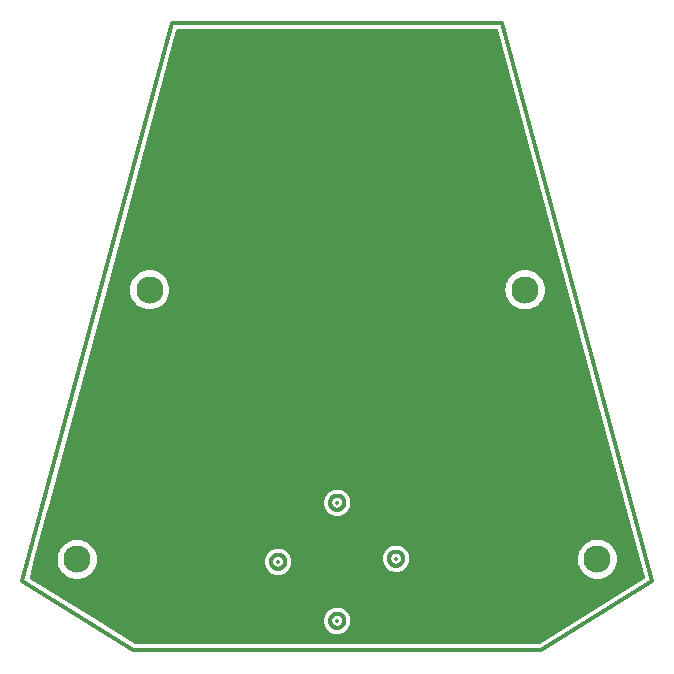
<source format=gbr>
%TF.GenerationSoftware,KiCad,Pcbnew,(6.0.6)*%
%TF.CreationDate,2022-07-10T10:04:30+09:00*%
%TF.ProjectId,nowt_promicro_plate_B,6e6f7774-5f70-4726-9f6d-6963726f5f70,rev?*%
%TF.SameCoordinates,Original*%
%TF.FileFunction,Copper,L1,Top*%
%TF.FilePolarity,Positive*%
%FSLAX46Y46*%
G04 Gerber Fmt 4.6, Leading zero omitted, Abs format (unit mm)*
G04 Created by KiCad (PCBNEW (6.0.6)) date 2022-07-10 10:04:30*
%MOMM*%
%LPD*%
G01*
G04 APERTURE LIST*
%TA.AperFunction,Profile*%
%ADD10C,0.349999*%
%TD*%
%TA.AperFunction,ComponentPad*%
%ADD11C,2.300000*%
%TD*%
%ADD12C,0.350000*%
G04 APERTURE END LIST*
D10*
X42960000Y-56760000D02*
X42985871Y-56746749D01*
X42985871Y-56746749D02*
X43010997Y-56732302D01*
X47090223Y-60863932D02*
X47086407Y-60893959D01*
X47086407Y-60893959D02*
X47084090Y-60924430D01*
X47102199Y-60805357D02*
X47095499Y-60834385D01*
X47095499Y-60834385D02*
X47090223Y-60863932D01*
X37690275Y-61819159D02*
X37721151Y-61818378D01*
X37721151Y-61818378D02*
X37751622Y-61816061D01*
X48196445Y-61266425D02*
X48210893Y-61241299D01*
X48210893Y-61241299D02*
X48224143Y-61215428D01*
X37840225Y-60638052D02*
X37811196Y-60631352D01*
X37811196Y-60631352D02*
X37781649Y-60626075D01*
X37598902Y-60626075D02*
X37569355Y-60631352D01*
X48164111Y-61314293D02*
X48180839Y-61290769D01*
X48180839Y-61290769D02*
X48196445Y-61266425D01*
X42102972Y-56280514D02*
X42106788Y-56310541D01*
X42106788Y-56310541D02*
X42112064Y-56340088D01*
X37540326Y-60638052D02*
X37511854Y-60646137D01*
X43292962Y-66127779D02*
X43287685Y-66098233D01*
X43287685Y-66098233D02*
X43280986Y-66069205D01*
X42413879Y-65691571D02*
X42388753Y-65706019D01*
X42388753Y-65706019D02*
X42364409Y-65721625D01*
X43227459Y-66505146D02*
X43240709Y-66479276D01*
X43240709Y-66479276D02*
X43252724Y-66452698D01*
X37308620Y-60756173D02*
X37286849Y-60775031D01*
X48224143Y-61215428D02*
X48236159Y-61188851D01*
X48236159Y-61188851D02*
X48246902Y-61161604D01*
X48107573Y-60531043D02*
X48086735Y-60511176D01*
X48086735Y-60511176D02*
X48064965Y-60492318D01*
X48246902Y-61161604D02*
X48256335Y-61133726D01*
X48256335Y-61133726D02*
X48264420Y-61105253D01*
X37483976Y-60655570D02*
X37456729Y-60666313D01*
X43081531Y-66682140D02*
X43103302Y-66663282D01*
X43103302Y-66663282D02*
X43124139Y-66643415D01*
X43280986Y-66069205D02*
X43272901Y-66040732D01*
X43272901Y-66040732D02*
X43263467Y-66012854D01*
X42388753Y-66732287D02*
X42413879Y-66746734D01*
X42413879Y-66746734D02*
X42439750Y-66759984D01*
X37331286Y-60738361D02*
X37308620Y-60756173D01*
X37126683Y-61425459D02*
X37137426Y-61452706D01*
X42275611Y-65794891D02*
X42255744Y-65815728D01*
X42255744Y-65815728D02*
X42236885Y-65837499D01*
X43272901Y-66397573D02*
X43280986Y-66369101D01*
X43280986Y-66369101D02*
X43287685Y-66340073D01*
X43162864Y-66600806D02*
X43180677Y-66578140D01*
X43180677Y-66578140D02*
X43197405Y-66554616D01*
X37690275Y-60619162D02*
X37659399Y-60619943D01*
X43287685Y-66340073D02*
X43292962Y-66310526D01*
X43292962Y-66310526D02*
X43296778Y-66280499D01*
X42102972Y-66157807D02*
X42100655Y-66188277D01*
X42100655Y-66188277D02*
X42099875Y-66219153D01*
X37404280Y-60691579D02*
X37379154Y-60706026D01*
X37117250Y-61397581D02*
X37126683Y-61425459D01*
X42126849Y-66040732D02*
X42118764Y-66069205D01*
X42118764Y-66069205D02*
X42112064Y-66098233D01*
X38217859Y-60933167D02*
X38203412Y-60908040D01*
X42761222Y-66816053D02*
X42791249Y-66812238D01*
X42791249Y-66812238D02*
X42820796Y-66806961D01*
X42159041Y-66479276D02*
X42172291Y-66505146D01*
X42172291Y-66505146D02*
X42186739Y-66530273D01*
X37896576Y-60655570D02*
X37868697Y-60646137D01*
X43144006Y-65815728D02*
X43124139Y-65794891D01*
X43124139Y-65794891D02*
X43103302Y-65775024D01*
X42118764Y-56069220D02*
X42112064Y-56098248D01*
X42112064Y-56098248D02*
X42106788Y-56127795D01*
X43124139Y-66643415D02*
X43144006Y-66622577D01*
X43144006Y-66622577D02*
X43162864Y-66600806D01*
X37137426Y-61452706D02*
X37149442Y-61479283D01*
X69351120Y-62855536D02*
X69351120Y-62855536D01*
X42960000Y-65678321D02*
X42933422Y-65666305D01*
X42933422Y-65666305D02*
X42906175Y-65655562D01*
X42878297Y-66792176D02*
X42906175Y-66782743D01*
X42906175Y-66782743D02*
X42933422Y-66772000D01*
X38283362Y-61127787D02*
X38278086Y-61098240D01*
X42340885Y-66699952D02*
X42364409Y-66716680D01*
X42364409Y-66716680D02*
X42388753Y-66732287D01*
X37177139Y-61530280D02*
X37192746Y-61554624D01*
X43299875Y-66219153D02*
X43299875Y-66219153D01*
X43299875Y-66219153D02*
X43299875Y-66219153D01*
X37721151Y-60619943D02*
X37690275Y-60619162D01*
X37430151Y-60678329D02*
X37404280Y-60691579D01*
X42136282Y-66425451D02*
X42147026Y-66452698D01*
X42147026Y-66452698D02*
X42159041Y-66479276D01*
X37266012Y-60794898D02*
X37246145Y-60815736D01*
X48236159Y-60721760D02*
X48224143Y-60695182D01*
X48224143Y-60695182D02*
X48210893Y-60669312D01*
X42219073Y-66578140D02*
X42236885Y-66600806D01*
X42236885Y-66600806D02*
X42255744Y-66622577D01*
X48210893Y-60669312D02*
X48196445Y-60644185D01*
X48196445Y-60644185D02*
X48180839Y-60619842D01*
X37246145Y-60815736D02*
X37227286Y-60837507D01*
X42364409Y-65721625D02*
X42340885Y-65738353D01*
X42340885Y-65738353D02*
X42318219Y-65756165D01*
X42296448Y-66663282D02*
X42318219Y-66682140D01*
X42318219Y-66682140D02*
X42340885Y-66699952D01*
X37286849Y-60775031D02*
X37266012Y-60794898D01*
X42820796Y-66806961D02*
X42849824Y-66800261D01*
X42849824Y-66800261D02*
X42878297Y-66792176D01*
X48280212Y-60893959D02*
X48276397Y-60863932D01*
X48276397Y-60863932D02*
X48271120Y-60834385D01*
X48271120Y-60834385D02*
X48264420Y-60805357D01*
X48264420Y-60805357D02*
X48256335Y-60776885D01*
X48180839Y-60619842D02*
X48164111Y-60596318D01*
X48164111Y-60596318D02*
X48146298Y-60573652D01*
X48256335Y-60776885D02*
X48246902Y-60749007D01*
X48246902Y-60749007D02*
X48236159Y-60721760D01*
X48283310Y-60955305D02*
X48282529Y-60924430D01*
X48282529Y-60924430D02*
X48280212Y-60893959D01*
X42318219Y-65756165D02*
X42296448Y-65775024D01*
X42296448Y-65775024D02*
X42275611Y-65794891D01*
X42099875Y-66219153D02*
X42099875Y-66219153D01*
X42099875Y-66219153D02*
X42100655Y-66250028D01*
X37781649Y-60626075D02*
X37751622Y-60622260D01*
X48146298Y-60573652D02*
X48127440Y-60551881D01*
X48127440Y-60551881D02*
X48107573Y-60531043D01*
X42100655Y-66250028D02*
X42102972Y-66280499D01*
X42102972Y-66280499D02*
X42106788Y-66310526D01*
X47119717Y-60749007D02*
X47110284Y-60776885D01*
X47110284Y-60776885D02*
X47102199Y-60805357D01*
X42820796Y-55631359D02*
X42791249Y-55626083D01*
X42791249Y-55626083D02*
X42761222Y-55622267D01*
X38217859Y-61505154D02*
X38231109Y-61479283D01*
X38231109Y-61479283D02*
X38243125Y-61452706D01*
X37811196Y-61806969D02*
X37840225Y-61800269D01*
X37840225Y-61800269D02*
X37868697Y-61792184D01*
X42985871Y-55691587D02*
X42960000Y-55678336D01*
X42960000Y-55678336D02*
X42933422Y-55666321D01*
X42099875Y-56219168D02*
X42100655Y-56250044D01*
X42100655Y-56250044D02*
X42102972Y-56280514D01*
X37093373Y-61157814D02*
X37091056Y-61188285D01*
X37091056Y-61250036D02*
X37093373Y-61280506D01*
X37540326Y-61800269D02*
X37569355Y-61806969D01*
X37569355Y-61806969D02*
X37598902Y-61812245D01*
X38231109Y-60959037D02*
X38217859Y-60933167D01*
X43081531Y-55756181D02*
X43058865Y-55738369D01*
X43058865Y-55738369D02*
X43035341Y-55721640D01*
X42699875Y-15610083D02*
X28708011Y-15610083D01*
X42549925Y-55638059D02*
X42521453Y-55646144D01*
X42521453Y-55646144D02*
X42493575Y-55655577D01*
X47083309Y-60955305D02*
X47084090Y-60986181D01*
X47084090Y-60986181D02*
X47086407Y-61016651D01*
X48283310Y-60955305D02*
X48283310Y-60955305D01*
X38203412Y-60908040D02*
X38187805Y-60883697D01*
X38153265Y-60837507D02*
X38134407Y-60815736D01*
X56691738Y-15610083D02*
X42699875Y-15610083D01*
X37868697Y-61792184D02*
X37896576Y-61782751D01*
X37896576Y-61782751D02*
X37923823Y-61772008D01*
X37109165Y-61069212D02*
X37102465Y-61098240D01*
X37102465Y-61340080D02*
X37109165Y-61369108D01*
X42730751Y-65619935D02*
X42699875Y-65619154D01*
X42699875Y-65619154D02*
X42699875Y-65619154D01*
X43058865Y-56699967D02*
X43081531Y-56682155D01*
X43081531Y-56682155D02*
X43103302Y-56663297D01*
X37192746Y-60883697D02*
X37177139Y-60908040D01*
X37126683Y-61012862D02*
X37117250Y-61040740D01*
X43252724Y-55985622D02*
X43240709Y-55959045D01*
X43240709Y-55959045D02*
X43227459Y-55933174D01*
X42126849Y-56397588D02*
X42136282Y-56425467D01*
X42136282Y-56425467D02*
X42147026Y-56452713D01*
X42255744Y-55815743D02*
X42236885Y-55837514D01*
X42236885Y-55837514D02*
X42219073Y-55860180D01*
X43058865Y-65738353D02*
X43035341Y-65721625D01*
X43035341Y-65721625D02*
X43010997Y-65706019D01*
X42668999Y-66818370D02*
X42699875Y-66819151D01*
X42699875Y-66819151D02*
X42699875Y-66819151D01*
X38153265Y-61600814D02*
X38171077Y-61578148D01*
X38171077Y-61578148D02*
X38187805Y-61554624D01*
X42699875Y-15610083D02*
X42699875Y-15610083D01*
X28708011Y-15610083D02*
X16048630Y-62855536D01*
X42147026Y-65985607D02*
X42136282Y-66012854D01*
X42136282Y-66012854D02*
X42126849Y-66040732D01*
X38290276Y-61219160D02*
X38290276Y-61219160D01*
X38290276Y-61219160D02*
X38290276Y-61219160D01*
X42364409Y-56716695D02*
X42388753Y-56732302D01*
X42388753Y-56732302D02*
X42413879Y-56746749D01*
X42255744Y-66622577D02*
X42275611Y-66643415D01*
X42275611Y-66643415D02*
X42296448Y-66663282D01*
X42186739Y-66530273D02*
X42202345Y-66554616D01*
X42202345Y-66554616D02*
X42219073Y-66578140D01*
X38278086Y-61340080D02*
X38283362Y-61310534D01*
X38283362Y-61310534D02*
X38287178Y-61280506D01*
X42202345Y-65883689D02*
X42186739Y-65908033D01*
X42186739Y-65908033D02*
X42172291Y-65933159D01*
X43296778Y-56157822D02*
X43292962Y-56127795D01*
X43292962Y-56127795D02*
X43287685Y-56098248D01*
X37483976Y-61782751D02*
X37511854Y-61792184D01*
X37659399Y-60619943D02*
X37628929Y-60622260D01*
X42388753Y-55706034D02*
X42364409Y-55721640D01*
X42364409Y-55721640D02*
X42340885Y-55738369D01*
X38025741Y-60721633D02*
X38001397Y-60706026D01*
X38049265Y-60738361D02*
X38025741Y-60721633D01*
X38187805Y-60883697D02*
X38171077Y-60860173D01*
X16048630Y-62855536D02*
X25432392Y-68719160D01*
X16048630Y-62855536D02*
X16048630Y-62855536D01*
X38253868Y-61012862D02*
X38243125Y-60985615D01*
X37102465Y-61098240D02*
X37097188Y-61127787D01*
X42136282Y-56012869D02*
X42126849Y-56040748D01*
X42126849Y-56040748D02*
X42118764Y-56069220D01*
X38278086Y-61098240D02*
X38271386Y-61069212D01*
X42236885Y-65837499D02*
X42219073Y-65860165D01*
X42219073Y-65860165D02*
X42202345Y-65883689D01*
X37209474Y-61578148D02*
X37227286Y-61600814D01*
X48282529Y-60986181D02*
X48283310Y-60955305D01*
X48283310Y-60955305D02*
X48283310Y-60955305D01*
X48264420Y-61105253D02*
X48271120Y-61076225D01*
X48271120Y-61076225D02*
X48276397Y-61046679D01*
X48276397Y-61046679D02*
X48280212Y-61016651D01*
X48280212Y-61016651D02*
X48282529Y-60986181D01*
X47301653Y-61418292D02*
X47324319Y-61436105D01*
X47324319Y-61436105D02*
X47347843Y-61452833D01*
X42521453Y-65646129D02*
X42493575Y-65655562D01*
X42493575Y-65655562D02*
X42466328Y-65666305D01*
X47220320Y-61336959D02*
X47239178Y-61358730D01*
X47239178Y-61358730D02*
X47259045Y-61379567D01*
X47259045Y-61379567D02*
X47279883Y-61399434D01*
X47279883Y-61399434D02*
X47301653Y-61418292D01*
X37456729Y-60666313D02*
X37430151Y-60678329D01*
X47347843Y-61452833D02*
X47372187Y-61468439D01*
X47372187Y-61468439D02*
X47397313Y-61482887D01*
X47397313Y-61482887D02*
X47423184Y-61496137D01*
X47423184Y-61496137D02*
X47449761Y-61508153D01*
X37690275Y-60619162D02*
X37690275Y-60619162D01*
X47449761Y-61508153D02*
X47477008Y-61518896D01*
X47477008Y-61518896D02*
X47504887Y-61528329D01*
X47504887Y-61528329D02*
X47533359Y-61536414D01*
X47533359Y-61536414D02*
X47562387Y-61543114D01*
X47562387Y-61543114D02*
X47591934Y-61548390D01*
X47591934Y-61548390D02*
X47621961Y-61552206D01*
X47621961Y-61552206D02*
X47652432Y-61554523D01*
X47652432Y-61554523D02*
X47683308Y-61555304D01*
X47683308Y-61555304D02*
X47683308Y-61555304D01*
X47683308Y-61555304D02*
X47714184Y-61554523D01*
X47714184Y-61554523D02*
X47744654Y-61552206D01*
X47744654Y-61552206D02*
X47774682Y-61548390D01*
X47774682Y-61548390D02*
X47804229Y-61543114D01*
X47804229Y-61543114D02*
X47833257Y-61536414D01*
X47833257Y-61536414D02*
X47861730Y-61528329D01*
X47861730Y-61528329D02*
X47889608Y-61518896D01*
X37308620Y-61682147D02*
X37331286Y-61699960D01*
X37286849Y-61663289D02*
X37308620Y-61682147D01*
X48086735Y-61399434D02*
X48107573Y-61379567D01*
X48107573Y-61379567D02*
X48127440Y-61358730D01*
X48042298Y-61436105D02*
X48064965Y-61418292D01*
X48064965Y-61418292D02*
X48086735Y-61399434D01*
X47994430Y-61468439D02*
X48018774Y-61452833D01*
X48018774Y-61452833D02*
X48042298Y-61436105D01*
X47943433Y-61496137D02*
X47969304Y-61482887D01*
X47969304Y-61482887D02*
X47994430Y-61468439D01*
X37628929Y-60622260D02*
X37598902Y-60626075D01*
X47889608Y-61518896D02*
X47916855Y-61508153D01*
X47916855Y-61508153D02*
X47943433Y-61496137D01*
X48127440Y-61358730D02*
X48146298Y-61336959D01*
X48146298Y-61336959D02*
X48164111Y-61314293D01*
X38114540Y-60794898D02*
X38093702Y-60775031D01*
X42106788Y-66310526D02*
X42112064Y-66340073D01*
X42112064Y-66340073D02*
X42118764Y-66369101D01*
X56691738Y-15610083D02*
X56691738Y-15610083D01*
X42439750Y-66759984D02*
X42466328Y-66772000D01*
X42466328Y-66772000D02*
X42493575Y-66782743D01*
X42275611Y-56643430D02*
X42296448Y-56663297D01*
X42296448Y-56663297D02*
X42318219Y-56682155D01*
X37569355Y-60631352D02*
X37540326Y-60638052D01*
X42118764Y-66369101D02*
X42126849Y-66397573D01*
X42126849Y-66397573D02*
X42136282Y-66425451D01*
X37751622Y-60622260D02*
X37721151Y-60619943D01*
X25432392Y-68719160D02*
X25432392Y-68719160D01*
X37379154Y-60706026D02*
X37354810Y-60721633D01*
X38243125Y-60985615D02*
X38231109Y-60959037D01*
X59967358Y-68719160D02*
X59967358Y-68719160D01*
X38025741Y-61716688D02*
X38049265Y-61699960D01*
X38049265Y-61699960D02*
X38071931Y-61682147D01*
X38263301Y-61040740D02*
X38253868Y-61012862D01*
X38001397Y-60706026D02*
X37976271Y-60691579D01*
X69351120Y-62855536D02*
X56691738Y-15610083D01*
X37177139Y-60908040D02*
X37162692Y-60933167D01*
X37090275Y-61219160D02*
X37091056Y-61250036D01*
X37923823Y-60666313D02*
X37896576Y-60655570D01*
X38071931Y-60756173D02*
X38049265Y-60738361D01*
X37227286Y-60837507D02*
X37209474Y-60860173D01*
X37162692Y-60933167D02*
X37149442Y-60959037D01*
X37149442Y-60959037D02*
X37137426Y-60985615D01*
X37117250Y-61040740D02*
X37109165Y-61069212D01*
X37209474Y-60860173D02*
X37192746Y-60883697D01*
X38093702Y-60775031D02*
X38071931Y-60756173D01*
X37868697Y-60646137D02*
X37840225Y-60638052D01*
X42318219Y-56682155D02*
X42340885Y-56699967D01*
X42340885Y-56699967D02*
X42364409Y-56716695D01*
X42668999Y-55619950D02*
X42638528Y-55622267D01*
X42638528Y-55622267D02*
X42608501Y-55626083D01*
X43296778Y-66280499D02*
X43299095Y-66250028D01*
X43299095Y-66250028D02*
X43299875Y-66219153D01*
X42638528Y-56816069D02*
X42668999Y-56818386D01*
X42668999Y-56818386D02*
X42699875Y-56819166D01*
X37354810Y-61716688D02*
X37379154Y-61732294D01*
X42439750Y-55678336D02*
X42413879Y-55691587D01*
X42413879Y-55691587D02*
X42388753Y-55706034D01*
X37976271Y-61746742D02*
X38001397Y-61732294D01*
X38001397Y-61732294D02*
X38025741Y-61716688D01*
X47916855Y-60402458D02*
X47889608Y-60391715D01*
X47889608Y-60391715D02*
X47861730Y-60382282D01*
X47591934Y-60362220D02*
X47562387Y-60367497D01*
X47562387Y-60367497D02*
X47533359Y-60374197D01*
X37192746Y-61554624D02*
X37209474Y-61578148D01*
X42172291Y-65933159D02*
X42159041Y-65959030D01*
X42159041Y-65959030D02*
X42147026Y-65985607D01*
X47423184Y-60414474D02*
X47397313Y-60427724D01*
X47397313Y-60427724D02*
X47372187Y-60442171D01*
X37091056Y-61188285D02*
X37090275Y-61219160D01*
X42296448Y-55775039D02*
X42275611Y-55794906D01*
X42275611Y-55794906D02*
X42255744Y-55815743D01*
X43263467Y-56425467D02*
X43272901Y-56397588D01*
X43272901Y-56397588D02*
X43280986Y-56369116D01*
X42985871Y-66746734D02*
X43010997Y-66732287D01*
X43010997Y-66732287D02*
X43035341Y-66716680D01*
X42159041Y-55959045D02*
X42147026Y-55985622D01*
X42147026Y-55985622D02*
X42136282Y-56012869D01*
X47279883Y-60511176D02*
X47259045Y-60531043D01*
X47259045Y-60531043D02*
X47239178Y-60551881D01*
X42112064Y-56340088D02*
X42118764Y-56369116D01*
X42118764Y-56369116D02*
X42126849Y-56397588D01*
X47239178Y-60551881D02*
X47220320Y-60573652D01*
X47220320Y-60573652D02*
X47202508Y-60596318D01*
X47202508Y-60596318D02*
X47185780Y-60619842D01*
X47185780Y-60619842D02*
X47170173Y-60644185D01*
X43103302Y-65775024D02*
X43081531Y-65756165D01*
X43081531Y-65756165D02*
X43058865Y-65738353D01*
X37751622Y-61816061D02*
X37781649Y-61812245D01*
X37781649Y-61812245D02*
X37811196Y-61806969D01*
X37659399Y-61818378D02*
X37690275Y-61819159D01*
X37690275Y-61819159D02*
X37690275Y-61819159D01*
X47652432Y-60356088D02*
X47621961Y-60358405D01*
X47621961Y-60358405D02*
X47591934Y-60362220D01*
X43180677Y-56578155D02*
X43197405Y-56554632D01*
X43197405Y-56554632D02*
X43213011Y-56530288D01*
X43299875Y-56219168D02*
X43299095Y-56188292D01*
X43299095Y-56188292D02*
X43296778Y-56157822D01*
X42791249Y-65626068D02*
X42761222Y-65622252D01*
X42761222Y-65622252D02*
X42730751Y-65619935D01*
X47170173Y-60644185D02*
X47155726Y-60669312D01*
X47155726Y-60669312D02*
X47142476Y-60695182D01*
X43299095Y-66188277D02*
X43296778Y-66157807D01*
X43296778Y-66157807D02*
X43292962Y-66127779D01*
X47477008Y-60391715D02*
X47449761Y-60402458D01*
X47449761Y-60402458D02*
X47423184Y-60414474D01*
X42219073Y-55860180D02*
X42202345Y-55883704D01*
X42202345Y-55883704D02*
X42186739Y-55908048D01*
X38287178Y-61280506D02*
X38289495Y-61250036D01*
X38289495Y-61250036D02*
X38290276Y-61219160D01*
X47142476Y-60695182D02*
X47130460Y-60721760D01*
X47130460Y-60721760D02*
X47119717Y-60749007D01*
X43010997Y-65706019D02*
X42985871Y-65691571D01*
X42985871Y-65691571D02*
X42960000Y-65678321D01*
X47110284Y-61133726D02*
X47119717Y-61161604D01*
X47119717Y-61161604D02*
X47130460Y-61188851D01*
X43287685Y-56098248D02*
X43280986Y-56069220D01*
X43280986Y-56069220D02*
X43272901Y-56040748D01*
X43240709Y-56479291D02*
X43252724Y-56452713D01*
X43252724Y-56452713D02*
X43263467Y-56425467D01*
X38290276Y-61219160D02*
X38289495Y-61188285D01*
X42186739Y-55908048D02*
X42172291Y-55933174D01*
X42172291Y-55933174D02*
X42159041Y-55959045D01*
X37598902Y-61812245D02*
X37628929Y-61816061D01*
X37628929Y-61816061D02*
X37659399Y-61818378D01*
X38171077Y-60860173D02*
X38153265Y-60837507D01*
X42699875Y-55619169D02*
X42699875Y-55619169D01*
X42699875Y-55619169D02*
X42668999Y-55619950D01*
X43280986Y-56369116D02*
X43287685Y-56340088D01*
X43287685Y-56340088D02*
X43292962Y-56310541D01*
X43180677Y-65860165D02*
X43162864Y-65837499D01*
X43162864Y-65837499D02*
X43144006Y-65815728D01*
X42340885Y-55738369D02*
X42318219Y-55756181D01*
X42318219Y-55756181D02*
X42296448Y-55775039D01*
X42172291Y-56505162D02*
X42186739Y-56530288D01*
X42186739Y-56530288D02*
X42202345Y-56554632D01*
X42761222Y-55622267D02*
X42730751Y-55619950D01*
X42730751Y-55619950D02*
X42699875Y-55619169D01*
X42578954Y-65631344D02*
X42549925Y-65638044D01*
X42549925Y-65638044D02*
X42521453Y-65646129D01*
X42608501Y-66812238D02*
X42638528Y-66816053D01*
X42638528Y-66816053D02*
X42668999Y-66818370D01*
X42638528Y-65622252D02*
X42608501Y-65626068D01*
X42608501Y-65626068D02*
X42578954Y-65631344D01*
X47372187Y-60442171D02*
X47347843Y-60457778D01*
X47347843Y-60457778D02*
X47324319Y-60474506D01*
X37093373Y-61280506D02*
X37097188Y-61310534D01*
X38071931Y-61682147D02*
X38093702Y-61663289D01*
X38093702Y-61663289D02*
X38114540Y-61643422D01*
X42933422Y-66772000D02*
X42960000Y-66759984D01*
X42960000Y-66759984D02*
X42985871Y-66746734D01*
X43162864Y-55837514D02*
X43144006Y-55815743D01*
X43144006Y-55815743D02*
X43124139Y-55794906D01*
X43299095Y-56250044D02*
X43299875Y-56219168D01*
X43299875Y-56219168D02*
X43299875Y-56219168D01*
X47744654Y-60358405D02*
X47714184Y-60356088D01*
X47714184Y-60356088D02*
X47683308Y-60355307D01*
X47185780Y-61290769D02*
X47202508Y-61314293D01*
X47202508Y-61314293D02*
X47220320Y-61336959D01*
X37923823Y-61772008D02*
X37950400Y-61759992D01*
X37950400Y-61759992D02*
X37976271Y-61746742D01*
X47533359Y-60374197D02*
X47504887Y-60382282D01*
X47504887Y-60382282D02*
X47477008Y-60391715D01*
X38243125Y-61452706D02*
X38253868Y-61425459D01*
X38253868Y-61425459D02*
X38263301Y-61397581D01*
X42112064Y-66098233D02*
X42106788Y-66127779D01*
X42106788Y-66127779D02*
X42102972Y-66157807D01*
X43299875Y-56219168D02*
X43299875Y-56219168D01*
X43299875Y-66219153D02*
X43299095Y-66188277D01*
X47324319Y-60474506D02*
X47301653Y-60492318D01*
X47301653Y-60492318D02*
X47279883Y-60511176D01*
X38271386Y-61069212D02*
X38263301Y-61040740D01*
X47683308Y-60355307D02*
X47683308Y-60355307D01*
X47683308Y-60355307D02*
X47652432Y-60356088D01*
X43035341Y-66716680D02*
X43058865Y-66699952D01*
X43058865Y-66699952D02*
X43081531Y-66682140D01*
X47861730Y-60382282D02*
X47833257Y-60374197D01*
X47833257Y-60374197D02*
X47804229Y-60367497D01*
X43213011Y-56530288D02*
X43227459Y-56505162D01*
X43227459Y-56505162D02*
X43240709Y-56479291D01*
X38289495Y-61188285D02*
X38287178Y-61157814D01*
X42236885Y-56600822D02*
X42255744Y-56622592D01*
X42255744Y-56622592D02*
X42275611Y-56643430D01*
X42699875Y-56819166D02*
X42699875Y-56819166D01*
X42699875Y-56819166D02*
X42730751Y-56818386D01*
X42493575Y-55655577D02*
X42466328Y-55666321D01*
X42466328Y-55666321D02*
X42439750Y-55678336D01*
X59967358Y-68719160D02*
X69351120Y-62855536D01*
X42100655Y-56188292D02*
X42099875Y-56219168D01*
X42099875Y-56219168D02*
X42099875Y-56219168D01*
X42466328Y-65666305D02*
X42439750Y-65678321D01*
X42439750Y-65678321D02*
X42413879Y-65691571D01*
X37379154Y-61732294D02*
X37404280Y-61746742D01*
X37354810Y-60721633D02*
X37331286Y-60738361D01*
X47804229Y-60367497D02*
X47774682Y-60362220D01*
X47774682Y-60362220D02*
X47744654Y-60358405D01*
X43292962Y-56310541D02*
X43296778Y-56280514D01*
X43296778Y-56280514D02*
X43299095Y-56250044D01*
X42699875Y-65619154D02*
X42668999Y-65619935D01*
X42668999Y-65619935D02*
X42638528Y-65622252D01*
X43252724Y-66452698D02*
X43263467Y-66425451D01*
X43263467Y-66425451D02*
X43272901Y-66397573D01*
X43197405Y-66554616D02*
X43213011Y-66530273D01*
X43213011Y-66530273D02*
X43227459Y-66505146D01*
X37090275Y-61219160D02*
X37090275Y-61219160D01*
X42202345Y-56554632D02*
X42219073Y-56578155D01*
X42219073Y-56578155D02*
X42236885Y-56600822D01*
X37137426Y-60985615D02*
X37126683Y-61012862D01*
X43272901Y-56040748D02*
X43263467Y-56012869D01*
X43263467Y-56012869D02*
X43252724Y-55985622D01*
X37511854Y-60646137D02*
X37483976Y-60655570D01*
X42699875Y-68719160D02*
X42699875Y-68719160D01*
X37976271Y-60691579D02*
X37950400Y-60678329D01*
X25432392Y-68719160D02*
X42699875Y-68719160D01*
X42906175Y-65655562D02*
X42878297Y-65646129D01*
X42878297Y-65646129D02*
X42849824Y-65638044D01*
X42493575Y-66782743D02*
X42521453Y-66792176D01*
X42521453Y-66792176D02*
X42549925Y-66800261D01*
X42549925Y-66800261D02*
X42578954Y-66806961D01*
X42578954Y-66806961D02*
X42608501Y-66812238D01*
X42849824Y-65638044D02*
X42820796Y-65631344D01*
X42820796Y-65631344D02*
X42791249Y-65626068D01*
X42730751Y-56818386D02*
X42761222Y-56816069D01*
X42761222Y-56816069D02*
X42791249Y-56812253D01*
X42608501Y-55626083D02*
X42578954Y-55631359D01*
X42578954Y-55631359D02*
X42549925Y-55638059D01*
X37266012Y-61643422D02*
X37286849Y-61663289D01*
X43227459Y-55933174D02*
X43213011Y-55908048D01*
X43213011Y-55908048D02*
X43197405Y-55883704D01*
X37404280Y-61746742D02*
X37430151Y-61759992D01*
X37149442Y-61479283D02*
X37162692Y-61505154D01*
X47969304Y-60427724D02*
X47943433Y-60414474D01*
X47943433Y-60414474D02*
X47916855Y-60402458D01*
X38287178Y-61157814D02*
X38283362Y-61127787D01*
X43035341Y-55721640D02*
X43010997Y-55706034D01*
X43010997Y-55706034D02*
X42985871Y-55691587D01*
X37109165Y-61369108D02*
X37117250Y-61397581D01*
X42699875Y-66819151D02*
X42730751Y-66818370D01*
X42730751Y-66818370D02*
X42761222Y-66816053D01*
X38187805Y-61554624D02*
X38203412Y-61530280D01*
X38203412Y-61530280D02*
X38217859Y-61505154D01*
X42413879Y-56746749D02*
X42439750Y-56760000D01*
X42439750Y-56760000D02*
X42466328Y-56772015D01*
X42466328Y-56772015D02*
X42493575Y-56782758D01*
X42493575Y-56782758D02*
X42521453Y-56792191D01*
X38263301Y-61397581D02*
X38271386Y-61369108D01*
X38271386Y-61369108D02*
X38278086Y-61340080D01*
X42147026Y-56452713D02*
X42159041Y-56479291D01*
X42159041Y-56479291D02*
X42172291Y-56505162D01*
X47086407Y-61016651D02*
X47090223Y-61046679D01*
X47090223Y-61046679D02*
X47095499Y-61076225D01*
X47095499Y-61076225D02*
X47102199Y-61105253D01*
X47102199Y-61105253D02*
X47110284Y-61133726D01*
X42699875Y-68719160D02*
X59967358Y-68719160D01*
X42878297Y-55646144D02*
X42849824Y-55638059D01*
X42849824Y-55638059D02*
X42820796Y-55631359D01*
X37331286Y-61699960D02*
X37354810Y-61716688D01*
X42106788Y-56127795D02*
X42102972Y-56157822D01*
X42102972Y-56157822D02*
X42100655Y-56188292D01*
X48064965Y-60492318D02*
X48042298Y-60474506D01*
X48042298Y-60474506D02*
X48018774Y-60457778D01*
X37097188Y-61310534D02*
X37102465Y-61340080D01*
X43144006Y-56622592D02*
X43162864Y-56600822D01*
X43162864Y-56600822D02*
X43180677Y-56578155D01*
X37430151Y-61759992D02*
X37456729Y-61772008D01*
X37456729Y-61772008D02*
X37483976Y-61782751D01*
X42791249Y-56812253D02*
X42820796Y-56806976D01*
X42820796Y-56806976D02*
X42849824Y-56800277D01*
X43213011Y-65908033D02*
X43197405Y-65883689D01*
X43197405Y-65883689D02*
X43180677Y-65860165D01*
X37227286Y-61600814D02*
X37246145Y-61622585D01*
X42578954Y-56806976D02*
X42608501Y-56812253D01*
X42608501Y-56812253D02*
X42638528Y-56816069D01*
X37246145Y-61622585D02*
X37266012Y-61643422D01*
X42849824Y-56800277D02*
X42878297Y-56792191D01*
X42878297Y-56792191D02*
X42906175Y-56782758D01*
X38134407Y-60815736D02*
X38114540Y-60794898D01*
X43240709Y-65959030D02*
X43227459Y-65933159D01*
X43227459Y-65933159D02*
X43213011Y-65908033D01*
X37511854Y-61792184D02*
X37540326Y-61800269D01*
X47130460Y-61188851D02*
X47142476Y-61215428D01*
X47142476Y-61215428D02*
X47155726Y-61241299D01*
X43124139Y-55794906D02*
X43103302Y-55775039D01*
X43103302Y-55775039D02*
X43081531Y-55756181D01*
X43197405Y-55883704D02*
X43180677Y-55860180D01*
X43180677Y-55860180D02*
X43162864Y-55837514D01*
X48018774Y-60457778D02*
X47994430Y-60442171D01*
X47994430Y-60442171D02*
X47969304Y-60427724D01*
X37162692Y-61505154D02*
X37177139Y-61530280D01*
X43010997Y-56732302D02*
X43035341Y-56716695D01*
X43035341Y-56716695D02*
X43058865Y-56699967D01*
X43103302Y-56663297D02*
X43124139Y-56643430D01*
X43124139Y-56643430D02*
X43144006Y-56622592D01*
X42906175Y-56782758D02*
X42933422Y-56772015D01*
X42933422Y-56772015D02*
X42960000Y-56760000D01*
X43263467Y-66012854D02*
X43252724Y-65985607D01*
X43252724Y-65985607D02*
X43240709Y-65959030D01*
X47084090Y-60924430D02*
X47083309Y-60955305D01*
X47083309Y-60955305D02*
X47083309Y-60955305D01*
X37950400Y-60678329D02*
X37923823Y-60666313D01*
X42521453Y-56792191D02*
X42549925Y-56800277D01*
X42549925Y-56800277D02*
X42578954Y-56806976D01*
X47155726Y-61241299D02*
X47170173Y-61266425D01*
X47170173Y-61266425D02*
X47185780Y-61290769D01*
X38114540Y-61643422D02*
X38134407Y-61622585D01*
X38134407Y-61622585D02*
X38153265Y-61600814D01*
X42933422Y-55666321D02*
X42906175Y-55655577D01*
X42906175Y-55655577D02*
X42878297Y-55646144D01*
X37097188Y-61127787D02*
X37093373Y-61157814D01*
D11*
%TO.P,REF\u002A\u002A,1*%
%TO.N,N/C*%
X20680000Y-61020000D03*
%TD*%
%TO.P,REF\u002A\u002A,1*%
%TO.N,N/C*%
X64730000Y-61000000D03*
%TD*%
%TO.P,REF\u002A\u002A,1*%
%TO.N,N/C*%
X58610000Y-38190000D03*
%TD*%
%TO.P,REF\u002A\u002A,1*%
%TO.N,N/C*%
X26820000Y-38180000D03*
%TD*%
%TA.AperFunction,NonConductor*%
G36*
X56272990Y-16138585D02*
G01*
X56319483Y-16192241D01*
X56326574Y-16211967D01*
X67322296Y-57248554D01*
X68738430Y-62533638D01*
X68736740Y-62604614D01*
X68696946Y-62663410D01*
X68683493Y-62673103D01*
X59852187Y-68191514D01*
X59785417Y-68210660D01*
X25614332Y-68210660D01*
X25547562Y-68191514D01*
X22321431Y-66175604D01*
X41587787Y-66175604D01*
X41590715Y-66238860D01*
X41590615Y-66242813D01*
X41590911Y-66245328D01*
X41590615Y-66249083D01*
X41590985Y-66253944D01*
X41590979Y-66258014D01*
X41591071Y-66260660D01*
X41590899Y-66288874D01*
X41593131Y-66296684D01*
X41593186Y-66297275D01*
X41593239Y-66299372D01*
X41593553Y-66301231D01*
X41593627Y-66302022D01*
X41593535Y-66305308D01*
X41593937Y-66308470D01*
X41597567Y-66386899D01*
X41647125Y-66592534D01*
X41649607Y-66597992D01*
X41649608Y-66597996D01*
X41693053Y-66693546D01*
X41734674Y-66785087D01*
X41857054Y-66957611D01*
X42009850Y-67103881D01*
X42187548Y-67218620D01*
X42193114Y-67220863D01*
X42378168Y-67295442D01*
X42378171Y-67295443D01*
X42383737Y-67297686D01*
X42591337Y-67338228D01*
X42596899Y-67338500D01*
X42752846Y-67338500D01*
X42910566Y-67323452D01*
X43113534Y-67263908D01*
X43197111Y-67220863D01*
X43296249Y-67169804D01*
X43296252Y-67169802D01*
X43301580Y-67167058D01*
X43467920Y-67036396D01*
X43471852Y-67031865D01*
X43471855Y-67031862D01*
X43602621Y-66881167D01*
X43606552Y-66876637D01*
X43609552Y-66871451D01*
X43609555Y-66871447D01*
X43709467Y-66698742D01*
X43712473Y-66693546D01*
X43781861Y-66493729D01*
X43808709Y-66308564D01*
X43811352Y-66290336D01*
X43811352Y-66290333D01*
X43812213Y-66284396D01*
X43810108Y-66238923D01*
X43808978Y-66214493D01*
X43808883Y-66205492D01*
X43809022Y-66199983D01*
X43809022Y-66199978D01*
X43809135Y-66195494D01*
X43808839Y-66192977D01*
X43809135Y-66189221D01*
X43808765Y-66184360D01*
X43808771Y-66180290D01*
X43808679Y-66177644D01*
X43808796Y-66158407D01*
X43808851Y-66149432D01*
X43806619Y-66141623D01*
X43806564Y-66141029D01*
X43806511Y-66138934D01*
X43806197Y-66137077D01*
X43806123Y-66136279D01*
X43806215Y-66133000D01*
X43805263Y-66125508D01*
X43804393Y-66115449D01*
X43802965Y-66084592D01*
X43802433Y-66073101D01*
X43795957Y-66046228D01*
X43793456Y-66032597D01*
X43793367Y-66031897D01*
X43792802Y-66027452D01*
X43792297Y-66025617D01*
X43792070Y-66022488D01*
X43786728Y-65999341D01*
X43785471Y-65993191D01*
X43782632Y-65977295D01*
X43782632Y-65977293D01*
X43781844Y-65972884D01*
X43781325Y-65971312D01*
X43780969Y-65968414D01*
X43774464Y-65945505D01*
X43772905Y-65939444D01*
X43768252Y-65919282D01*
X43767732Y-65917938D01*
X43767267Y-65915258D01*
X43759624Y-65892672D01*
X43759620Y-65892659D01*
X43757764Y-65886691D01*
X43756769Y-65883187D01*
X43755486Y-65878297D01*
X43754281Y-65873299D01*
X43754281Y-65873298D01*
X43752875Y-65867466D01*
X43751177Y-65863731D01*
X43751055Y-65863189D01*
X43742253Y-65840866D01*
X43740130Y-65835064D01*
X43734872Y-65819527D01*
X43734870Y-65819521D01*
X43733431Y-65815270D01*
X43732997Y-65814413D01*
X43732393Y-65812231D01*
X43722466Y-65790274D01*
X43720073Y-65784613D01*
X43712388Y-65765121D01*
X43712011Y-65764460D01*
X43711361Y-65762490D01*
X43700351Y-65740992D01*
X43697694Y-65735476D01*
X43690859Y-65720356D01*
X43690853Y-65720344D01*
X43689018Y-65716286D01*
X43688709Y-65715800D01*
X43688024Y-65714021D01*
X43675943Y-65693012D01*
X43673047Y-65687679D01*
X43663409Y-65668861D01*
X43663176Y-65668532D01*
X43662479Y-65666952D01*
X43659853Y-65662856D01*
X43659850Y-65662850D01*
X43649350Y-65646472D01*
X43646207Y-65641300D01*
X43635627Y-65622900D01*
X43635482Y-65622714D01*
X43634768Y-65621287D01*
X43620648Y-65601430D01*
X43617259Y-65596413D01*
X43608146Y-65582197D01*
X43608145Y-65582195D01*
X43605788Y-65578519D01*
X43605698Y-65578414D01*
X43604963Y-65577106D01*
X43589869Y-65557900D01*
X43586268Y-65553084D01*
X43576571Y-65539446D01*
X43576567Y-65539441D01*
X43573923Y-65535723D01*
X43573901Y-65535700D01*
X43573158Y-65534513D01*
X43569971Y-65530833D01*
X43569966Y-65530827D01*
X43557132Y-65516010D01*
X43553306Y-65511375D01*
X43553302Y-65511370D01*
X43540202Y-65494701D01*
X43539370Y-65493503D01*
X43522468Y-65475776D01*
X43518452Y-65471357D01*
X43504602Y-65455368D01*
X43503705Y-65454199D01*
X43485958Y-65437278D01*
X43481762Y-65433082D01*
X43467161Y-65417768D01*
X43466183Y-65416613D01*
X43447688Y-65400591D01*
X43443254Y-65396561D01*
X43430235Y-65384148D01*
X43430230Y-65384145D01*
X43427868Y-65381893D01*
X43426873Y-65380825D01*
X43407656Y-65365723D01*
X43403018Y-65361896D01*
X43390194Y-65350787D01*
X43390189Y-65350783D01*
X43386872Y-65347910D01*
X43386855Y-65347899D01*
X43385834Y-65346904D01*
X43365945Y-65332762D01*
X43361108Y-65329144D01*
X43347934Y-65318791D01*
X43344351Y-65315975D01*
X43344257Y-65315921D01*
X43343122Y-65314916D01*
X43339009Y-65312279D01*
X43322614Y-65301768D01*
X43317600Y-65298382D01*
X43317085Y-65298016D01*
X43300270Y-65286059D01*
X43300081Y-65285961D01*
X43298818Y-65284948D01*
X43292304Y-65281202D01*
X43284973Y-65276987D01*
X43277727Y-65272820D01*
X43272558Y-65269680D01*
X43254689Y-65258225D01*
X43254365Y-65258077D01*
X43252929Y-65257035D01*
X43231387Y-65246002D01*
X43226015Y-65243084D01*
X43211555Y-65234769D01*
X43211545Y-65234764D01*
X43207698Y-65232552D01*
X43207193Y-65232350D01*
X43205577Y-65231294D01*
X43201157Y-65229296D01*
X43201154Y-65229294D01*
X43183570Y-65221344D01*
X43178064Y-65218692D01*
X43159300Y-65209082D01*
X43158616Y-65208847D01*
X43156792Y-65207778D01*
X43134432Y-65198961D01*
X43128745Y-65196557D01*
X43113722Y-65189765D01*
X43113721Y-65189765D01*
X43109632Y-65187916D01*
X43108731Y-65187655D01*
X43106682Y-65186586D01*
X43083946Y-65178893D01*
X43078138Y-65176766D01*
X43062894Y-65170755D01*
X43062884Y-65170752D01*
X43058725Y-65169112D01*
X43057602Y-65168845D01*
X43055304Y-65167788D01*
X43050629Y-65166460D01*
X43050622Y-65166458D01*
X43032331Y-65161265D01*
X43026357Y-65159407D01*
X43010946Y-65154192D01*
X43010944Y-65154191D01*
X43006693Y-65152753D01*
X43005323Y-65152498D01*
X43002784Y-65151480D01*
X42979618Y-65146133D01*
X42973536Y-65144569D01*
X42957911Y-65140132D01*
X42957905Y-65140131D01*
X42953599Y-65138908D01*
X42951983Y-65138689D01*
X42949178Y-65137725D01*
X42925839Y-65133557D01*
X42925833Y-65133556D01*
X42919647Y-65132290D01*
X42903949Y-65128667D01*
X42903941Y-65128666D01*
X42899579Y-65127659D01*
X42897706Y-65127500D01*
X42894655Y-65126620D01*
X42889832Y-65126007D01*
X42889827Y-65126006D01*
X42873979Y-65123992D01*
X42871195Y-65123639D01*
X42864953Y-65122685D01*
X42844690Y-65119067D01*
X42842583Y-65118994D01*
X42839277Y-65118219D01*
X42834432Y-65117851D01*
X42834428Y-65117850D01*
X42815750Y-65116430D01*
X42809439Y-65115790D01*
X42789108Y-65113206D01*
X42786756Y-65113243D01*
X42783211Y-65112599D01*
X42778355Y-65112476D01*
X42778353Y-65112476D01*
X42759652Y-65112003D01*
X42753286Y-65111680D01*
X42737377Y-65110470D01*
X42737368Y-65110470D01*
X42732898Y-65110130D01*
X42730348Y-65110299D01*
X42726618Y-65109815D01*
X42719802Y-65109987D01*
X42703065Y-65110410D01*
X42696701Y-65110410D01*
X42680713Y-65110006D01*
X42680709Y-65110006D01*
X42676232Y-65109893D01*
X42673699Y-65110191D01*
X42669944Y-65109895D01*
X42646435Y-65111682D01*
X42640100Y-65112003D01*
X42624125Y-65112407D01*
X42624118Y-65112408D01*
X42619639Y-65112521D01*
X42617305Y-65112916D01*
X42613719Y-65112815D01*
X42608890Y-65113429D01*
X42608884Y-65113429D01*
X42590316Y-65115789D01*
X42584029Y-65116428D01*
X42563565Y-65117984D01*
X42561475Y-65118447D01*
X42558112Y-65118522D01*
X42553325Y-65119377D01*
X42553313Y-65119378D01*
X42534815Y-65122681D01*
X42528558Y-65123637D01*
X42512621Y-65125663D01*
X42512613Y-65125665D01*
X42508172Y-65126229D01*
X42506341Y-65126733D01*
X42503196Y-65126961D01*
X42484371Y-65131306D01*
X42480103Y-65132291D01*
X42473914Y-65133557D01*
X42467276Y-65134742D01*
X42453624Y-65137180D01*
X42452033Y-65137705D01*
X42449129Y-65138062D01*
X42426213Y-65144569D01*
X42420180Y-65146121D01*
X42399990Y-65150781D01*
X42398655Y-65151297D01*
X42395995Y-65151759D01*
X42391390Y-65153317D01*
X42391375Y-65153321D01*
X42373383Y-65159409D01*
X42367421Y-65161263D01*
X42351752Y-65165713D01*
X42351748Y-65165714D01*
X42347425Y-65166942D01*
X42346328Y-65167431D01*
X42343910Y-65167974D01*
X42339386Y-65169758D01*
X42339382Y-65169759D01*
X42321604Y-65176769D01*
X42315773Y-65178903D01*
X42300860Y-65183950D01*
X42296006Y-65185592D01*
X42295137Y-65186032D01*
X42292944Y-65186639D01*
X42270995Y-65196562D01*
X42265346Y-65198950D01*
X42245842Y-65206641D01*
X42245178Y-65207019D01*
X42243210Y-65207669D01*
X42221694Y-65218689D01*
X42216187Y-65221341D01*
X42201077Y-65228172D01*
X42201073Y-65228174D01*
X42196999Y-65230016D01*
X42196518Y-65230322D01*
X42194741Y-65231006D01*
X42190528Y-65233429D01*
X42190525Y-65233430D01*
X42188197Y-65234769D01*
X42173737Y-65243084D01*
X42168399Y-65245983D01*
X42149581Y-65255621D01*
X42149252Y-65255854D01*
X42147672Y-65256551D01*
X42143576Y-65259177D01*
X42143570Y-65259180D01*
X42127192Y-65269680D01*
X42122022Y-65272821D01*
X42103620Y-65283403D01*
X42103434Y-65283548D01*
X42102007Y-65284262D01*
X42098056Y-65287072D01*
X42098052Y-65287074D01*
X42082155Y-65298379D01*
X42077138Y-65301768D01*
X42059239Y-65313242D01*
X42059140Y-65313327D01*
X42057837Y-65314059D01*
X42054016Y-65317061D01*
X42054014Y-65317063D01*
X42038636Y-65329148D01*
X42033815Y-65332753D01*
X42016443Y-65345107D01*
X42016419Y-65345130D01*
X42015221Y-65345880D01*
X41996715Y-65361911D01*
X41992106Y-65365714D01*
X41975397Y-65378844D01*
X41974223Y-65379660D01*
X41956497Y-65396561D01*
X41952062Y-65400591D01*
X41938569Y-65412279D01*
X41936101Y-65414417D01*
X41934919Y-65415325D01*
X41917998Y-65433072D01*
X41913802Y-65437268D01*
X41898488Y-65451869D01*
X41897333Y-65452847D01*
X41893018Y-65457829D01*
X41881322Y-65471330D01*
X41877281Y-65475776D01*
X41864868Y-65488795D01*
X41864865Y-65488800D01*
X41862613Y-65491162D01*
X41861545Y-65492157D01*
X41858528Y-65495996D01*
X41846446Y-65511370D01*
X41842616Y-65516012D01*
X41831507Y-65528836D01*
X41831503Y-65528841D01*
X41828630Y-65532158D01*
X41828619Y-65532175D01*
X41827624Y-65533196D01*
X41824807Y-65537158D01*
X41813482Y-65553084D01*
X41809865Y-65557921D01*
X41796695Y-65574679D01*
X41796641Y-65574773D01*
X41795636Y-65575908D01*
X41793001Y-65580019D01*
X41792999Y-65580021D01*
X41782488Y-65596416D01*
X41779102Y-65601430D01*
X41766779Y-65618760D01*
X41766681Y-65618949D01*
X41765668Y-65620212D01*
X41763248Y-65624421D01*
X41763247Y-65624422D01*
X41753542Y-65641300D01*
X41750402Y-65646470D01*
X41738945Y-65664341D01*
X41738797Y-65664665D01*
X41737755Y-65666101D01*
X41735537Y-65670432D01*
X41726722Y-65687643D01*
X41723804Y-65693015D01*
X41715513Y-65707433D01*
X41715508Y-65707444D01*
X41713272Y-65711332D01*
X41713070Y-65711839D01*
X41712010Y-65713460D01*
X41710002Y-65717901D01*
X41710000Y-65717905D01*
X41702059Y-65735468D01*
X41699398Y-65740992D01*
X41695790Y-65748038D01*
X41689802Y-65759730D01*
X41689570Y-65760406D01*
X41688506Y-65762221D01*
X41686723Y-65766743D01*
X41686718Y-65766753D01*
X41679676Y-65784613D01*
X41677272Y-65790297D01*
X41670476Y-65805329D01*
X41670473Y-65805337D01*
X41668634Y-65809405D01*
X41668375Y-65810297D01*
X41667306Y-65812347D01*
X41659629Y-65835035D01*
X41657494Y-65840866D01*
X41651479Y-65856120D01*
X41651476Y-65856131D01*
X41649836Y-65860289D01*
X41649566Y-65861425D01*
X41648508Y-65863725D01*
X41647179Y-65868405D01*
X41647178Y-65868408D01*
X41641985Y-65886698D01*
X41640131Y-65892659D01*
X41633473Y-65912336D01*
X41633218Y-65913706D01*
X41632200Y-65916245D01*
X41627158Y-65938092D01*
X41623420Y-65951065D01*
X41618139Y-65966271D01*
X41617278Y-65972210D01*
X41614641Y-65990398D01*
X41612721Y-66000639D01*
X41608379Y-66019450D01*
X41608220Y-66021320D01*
X41607339Y-66024375D01*
X41604562Y-66046228D01*
X41604356Y-66047848D01*
X41603399Y-66054111D01*
X41599788Y-66074335D01*
X41599715Y-66076441D01*
X41598939Y-66079751D01*
X41597147Y-66103322D01*
X41596511Y-66109588D01*
X41593926Y-66129923D01*
X41593963Y-66132282D01*
X41593318Y-66135834D01*
X41593268Y-66137800D01*
X41593135Y-66138717D01*
X41591789Y-66143219D01*
X41591772Y-66145971D01*
X41590906Y-66148090D01*
X41591758Y-66148213D01*
X41587787Y-66175604D01*
X22321431Y-66175604D01*
X16716257Y-62673104D01*
X16669087Y-62620043D01*
X16658092Y-62549903D01*
X16661320Y-62533639D01*
X17066898Y-61020000D01*
X19016372Y-61020000D01*
X19036854Y-61280249D01*
X19038008Y-61285056D01*
X19038009Y-61285062D01*
X19063857Y-61392724D01*
X19097796Y-61534089D01*
X19099689Y-61538660D01*
X19099690Y-61538662D01*
X19191161Y-61759491D01*
X19197697Y-61775271D01*
X19334097Y-61997856D01*
X19503637Y-62196363D01*
X19702144Y-62365903D01*
X19924729Y-62502303D01*
X19929299Y-62504196D01*
X19929303Y-62504198D01*
X20120415Y-62583359D01*
X20165911Y-62602204D01*
X20240215Y-62620043D01*
X20414938Y-62661991D01*
X20414944Y-62661992D01*
X20419751Y-62663146D01*
X20680000Y-62683628D01*
X20940249Y-62663146D01*
X20945056Y-62661992D01*
X20945062Y-62661991D01*
X21119785Y-62620043D01*
X21194089Y-62602204D01*
X21239585Y-62583359D01*
X21430697Y-62504198D01*
X21430701Y-62504196D01*
X21435271Y-62502303D01*
X21657856Y-62365903D01*
X21856363Y-62196363D01*
X22025903Y-61997856D01*
X22162303Y-61775271D01*
X22168840Y-61759491D01*
X22260310Y-61538662D01*
X22260311Y-61538660D01*
X22262204Y-61534089D01*
X22296143Y-61392724D01*
X22321991Y-61285062D01*
X22321992Y-61285056D01*
X22323146Y-61280249D01*
X22331382Y-61175604D01*
X36577787Y-61175604D01*
X36580203Y-61227801D01*
X36581125Y-61247713D01*
X36579947Y-61247768D01*
X36580268Y-61249098D01*
X36581012Y-61249041D01*
X36581107Y-61250283D01*
X36581201Y-61252961D01*
X36581361Y-61253621D01*
X36581387Y-61253963D01*
X36581380Y-61258055D01*
X36581472Y-61260653D01*
X36581299Y-61288881D01*
X36583142Y-61295329D01*
X36583520Y-61299462D01*
X36587567Y-61386899D01*
X36637125Y-61592534D01*
X36639607Y-61597992D01*
X36639608Y-61597996D01*
X36682679Y-61692725D01*
X36724674Y-61785087D01*
X36847054Y-61957611D01*
X36999850Y-62103881D01*
X37177548Y-62218620D01*
X37183114Y-62220863D01*
X37368168Y-62295442D01*
X37368171Y-62295443D01*
X37373737Y-62297686D01*
X37581337Y-62338228D01*
X37586899Y-62338500D01*
X37742846Y-62338500D01*
X37900566Y-62323452D01*
X38103534Y-62263908D01*
X38187111Y-62220863D01*
X38286249Y-62169804D01*
X38286252Y-62169802D01*
X38291580Y-62167058D01*
X38457920Y-62036396D01*
X38461852Y-62031865D01*
X38461855Y-62031862D01*
X38592621Y-61881167D01*
X38596552Y-61876637D01*
X38599552Y-61871451D01*
X38599555Y-61871447D01*
X38699467Y-61698742D01*
X38702473Y-61693546D01*
X38771861Y-61493729D01*
X38788219Y-61380910D01*
X38801352Y-61290336D01*
X38801352Y-61290333D01*
X38802213Y-61284396D01*
X38799238Y-61220115D01*
X38799143Y-61211106D01*
X38799424Y-61199998D01*
X38799424Y-61199993D01*
X38799537Y-61195517D01*
X38799239Y-61192984D01*
X38799535Y-61189230D01*
X38799165Y-61184368D01*
X38799171Y-61180284D01*
X38799080Y-61177667D01*
X38799197Y-61158419D01*
X38799252Y-61149439D01*
X38797018Y-61141624D01*
X38796962Y-61141016D01*
X38796909Y-61138925D01*
X38796595Y-61137071D01*
X38796523Y-61136288D01*
X38796615Y-61133005D01*
X38795034Y-61120567D01*
X38794164Y-61110512D01*
X38793977Y-61106463D01*
X38792433Y-61073101D01*
X38786799Y-61049721D01*
X38784299Y-61036095D01*
X38783768Y-61031915D01*
X38783767Y-61031909D01*
X38783201Y-61027458D01*
X38782696Y-61025624D01*
X38782468Y-61022478D01*
X38777138Y-60999383D01*
X38775873Y-60993198D01*
X38773040Y-60977329D01*
X38773037Y-60977317D01*
X38772250Y-60972910D01*
X38771725Y-60971319D01*
X38771368Y-60968416D01*
X38764861Y-60945500D01*
X38763309Y-60939466D01*
X38758648Y-60919273D01*
X38758132Y-60917939D01*
X38757727Y-60915604D01*
X46567787Y-60915604D01*
X46577567Y-61126899D01*
X46578971Y-61132724D01*
X46578971Y-61132725D01*
X46618347Y-61296109D01*
X46627125Y-61332534D01*
X46629607Y-61337992D01*
X46629608Y-61337996D01*
X46673053Y-61433546D01*
X46714674Y-61525087D01*
X46837054Y-61697611D01*
X46989850Y-61843881D01*
X47167548Y-61958620D01*
X47173114Y-61960863D01*
X47358168Y-62035442D01*
X47358171Y-62035443D01*
X47363737Y-62037686D01*
X47571337Y-62078228D01*
X47576899Y-62078500D01*
X47732846Y-62078500D01*
X47890566Y-62063452D01*
X48093534Y-62003908D01*
X48177111Y-61960863D01*
X48276249Y-61909804D01*
X48276252Y-61909802D01*
X48281580Y-61907058D01*
X48447920Y-61776396D01*
X48451852Y-61771865D01*
X48451855Y-61771862D01*
X48582621Y-61621167D01*
X48586552Y-61616637D01*
X48589552Y-61611451D01*
X48589555Y-61611447D01*
X48689467Y-61438742D01*
X48692473Y-61433546D01*
X48718672Y-61358102D01*
X48759897Y-61239386D01*
X48759898Y-61239382D01*
X48761861Y-61233729D01*
X48765142Y-61211106D01*
X48769942Y-61177999D01*
X48771865Y-61167746D01*
X48773799Y-61159367D01*
X48774805Y-61155009D01*
X48774964Y-61153134D01*
X48775849Y-61150066D01*
X48778827Y-61126627D01*
X48779785Y-61120356D01*
X48782607Y-61104557D01*
X48783396Y-61100139D01*
X48783469Y-61098014D01*
X48784245Y-61094707D01*
X48786035Y-61071168D01*
X48786676Y-61064846D01*
X48788041Y-61054103D01*
X48788866Y-61047608D01*
X48789161Y-61045444D01*
X48789519Y-61042979D01*
X48791056Y-61032376D01*
X48791396Y-61031239D01*
X48791404Y-61029978D01*
X48792213Y-61024396D01*
X48791681Y-61012902D01*
X48791548Y-61006311D01*
X48791554Y-61005341D01*
X48791572Y-61002381D01*
X48791670Y-61000000D01*
X63066372Y-61000000D01*
X63086854Y-61260249D01*
X63088008Y-61265056D01*
X63088009Y-61265062D01*
X63115822Y-61380910D01*
X63147796Y-61514089D01*
X63149689Y-61518660D01*
X63149690Y-61518662D01*
X63222130Y-61693546D01*
X63247697Y-61755271D01*
X63384097Y-61977856D01*
X63553637Y-62176363D01*
X63752144Y-62345903D01*
X63974729Y-62482303D01*
X63979299Y-62484196D01*
X63979303Y-62484198D01*
X64211338Y-62580310D01*
X64215911Y-62582204D01*
X64304027Y-62603359D01*
X64464938Y-62641991D01*
X64464944Y-62641992D01*
X64469751Y-62643146D01*
X64730000Y-62663628D01*
X64990249Y-62643146D01*
X64995056Y-62641992D01*
X64995062Y-62641991D01*
X65155973Y-62603359D01*
X65244089Y-62582204D01*
X65248662Y-62580310D01*
X65480697Y-62484198D01*
X65480701Y-62484196D01*
X65485271Y-62482303D01*
X65707856Y-62345903D01*
X65906363Y-62176363D01*
X66075903Y-61977856D01*
X66212303Y-61755271D01*
X66237871Y-61693546D01*
X66310310Y-61518662D01*
X66310311Y-61518660D01*
X66312204Y-61514089D01*
X66344178Y-61380910D01*
X66371991Y-61265062D01*
X66371992Y-61265056D01*
X66373146Y-61260249D01*
X66393628Y-61000000D01*
X66373146Y-60739751D01*
X66371992Y-60734944D01*
X66371991Y-60734938D01*
X66329493Y-60557924D01*
X66312204Y-60485911D01*
X66307440Y-60474409D01*
X66214198Y-60249303D01*
X66214196Y-60249299D01*
X66212303Y-60244729D01*
X66075903Y-60022144D01*
X65906363Y-59823637D01*
X65707856Y-59654097D01*
X65485271Y-59517697D01*
X65480701Y-59515804D01*
X65480697Y-59515802D01*
X65248662Y-59419690D01*
X65248660Y-59419689D01*
X65244089Y-59417796D01*
X65155069Y-59396424D01*
X64995062Y-59358009D01*
X64995056Y-59358008D01*
X64990249Y-59356854D01*
X64730000Y-59336372D01*
X64469751Y-59356854D01*
X64464944Y-59358008D01*
X64464938Y-59358009D01*
X64304931Y-59396424D01*
X64215911Y-59417796D01*
X64211340Y-59419689D01*
X64211338Y-59419690D01*
X63979303Y-59515802D01*
X63979299Y-59515804D01*
X63974729Y-59517697D01*
X63752144Y-59654097D01*
X63553637Y-59823637D01*
X63384097Y-60022144D01*
X63247697Y-60244729D01*
X63245804Y-60249299D01*
X63245802Y-60249303D01*
X63152560Y-60474409D01*
X63147796Y-60485911D01*
X63130507Y-60557924D01*
X63088009Y-60734938D01*
X63088008Y-60734944D01*
X63086854Y-60739751D01*
X63066372Y-61000000D01*
X48791670Y-61000000D01*
X48791933Y-60993597D01*
X48792334Y-60988329D01*
X48792164Y-60985778D01*
X48792649Y-60982048D01*
X48792526Y-60977172D01*
X48792054Y-60958495D01*
X48792054Y-60952131D01*
X48792458Y-60936143D01*
X48792458Y-60936139D01*
X48792571Y-60931662D01*
X48792273Y-60929129D01*
X48792569Y-60925375D01*
X48792199Y-60920513D01*
X48792205Y-60916429D01*
X48792114Y-60913812D01*
X48792231Y-60894559D01*
X48792286Y-60885584D01*
X48790054Y-60877774D01*
X48789995Y-60877147D01*
X48789943Y-60875070D01*
X48789631Y-60873228D01*
X48789558Y-60872437D01*
X48789650Y-60869166D01*
X48789036Y-60864336D01*
X48789036Y-60864329D01*
X48786676Y-60845753D01*
X48786034Y-60839430D01*
X48784820Y-60823472D01*
X48784480Y-60818996D01*
X48784016Y-60816904D01*
X48783941Y-60813528D01*
X48782919Y-60807804D01*
X48779786Y-60790257D01*
X48778829Y-60783993D01*
X48776962Y-60769302D01*
X48776240Y-60763619D01*
X48775730Y-60761766D01*
X48775502Y-60758623D01*
X48770168Y-60735514D01*
X48768905Y-60729339D01*
X48766067Y-60713444D01*
X48766066Y-60713439D01*
X48765280Y-60709039D01*
X48764758Y-60707458D01*
X48764402Y-60704561D01*
X48757895Y-60681645D01*
X48756343Y-60675611D01*
X48751682Y-60655418D01*
X48751166Y-60654084D01*
X48750705Y-60651427D01*
X48749148Y-60646824D01*
X48749145Y-60646814D01*
X48743055Y-60628815D01*
X48741201Y-60622853D01*
X48736751Y-60607184D01*
X48736750Y-60607180D01*
X48735522Y-60602857D01*
X48735033Y-60601760D01*
X48734490Y-60599342D01*
X48732224Y-60593593D01*
X48725695Y-60577036D01*
X48723561Y-60571205D01*
X48718312Y-60555694D01*
X48716872Y-60551438D01*
X48716432Y-60550569D01*
X48715825Y-60548376D01*
X48705902Y-60526427D01*
X48703509Y-60520767D01*
X48701638Y-60516020D01*
X48700744Y-60513755D01*
X48697469Y-60505447D01*
X48697466Y-60505441D01*
X48695823Y-60501274D01*
X48695443Y-60500607D01*
X48694792Y-60498635D01*
X48683766Y-60477105D01*
X48681125Y-60471623D01*
X48672448Y-60452431D01*
X48672143Y-60451952D01*
X48671462Y-60450182D01*
X48659384Y-60429177D01*
X48656478Y-60423827D01*
X48648883Y-60408997D01*
X48648880Y-60408992D01*
X48646839Y-60405007D01*
X48646607Y-60404679D01*
X48645908Y-60403095D01*
X48632792Y-60382636D01*
X48629640Y-60377447D01*
X48621300Y-60362944D01*
X48621299Y-60362943D01*
X48619066Y-60359059D01*
X48618915Y-60358866D01*
X48618202Y-60357440D01*
X48611426Y-60347910D01*
X48604080Y-60337580D01*
X48600704Y-60332582D01*
X48589216Y-60314664D01*
X48589130Y-60314564D01*
X48588397Y-60313259D01*
X48573303Y-60294053D01*
X48569702Y-60289237D01*
X48560005Y-60275599D01*
X48560001Y-60275594D01*
X48557357Y-60271876D01*
X48557335Y-60271853D01*
X48556592Y-60270666D01*
X48553409Y-60266991D01*
X48553405Y-60266986D01*
X48540562Y-60252160D01*
X48536751Y-60247542D01*
X48523645Y-60230865D01*
X48522812Y-60229666D01*
X48505904Y-60211932D01*
X48501885Y-60207509D01*
X48488034Y-60191518D01*
X48487131Y-60190342D01*
X48482384Y-60185816D01*
X48469415Y-60173450D01*
X48465173Y-60169209D01*
X48463019Y-60166950D01*
X48450574Y-60153897D01*
X48449615Y-60152764D01*
X48431114Y-60136737D01*
X48426685Y-60132711D01*
X48413672Y-60120304D01*
X48413668Y-60120301D01*
X48411302Y-60118046D01*
X48410299Y-60116970D01*
X48406474Y-60113964D01*
X48406467Y-60113958D01*
X48391073Y-60101862D01*
X48386446Y-60098045D01*
X48370305Y-60084062D01*
X48370285Y-60084049D01*
X48369267Y-60083057D01*
X48349355Y-60068898D01*
X48344534Y-60065292D01*
X48331395Y-60054967D01*
X48327775Y-60052122D01*
X48327693Y-60052075D01*
X48326566Y-60051077D01*
X48306020Y-60037905D01*
X48301046Y-60034545D01*
X48283703Y-60022212D01*
X48283509Y-60022112D01*
X48282238Y-60021092D01*
X48275658Y-60017308D01*
X48261186Y-60008987D01*
X48256010Y-60005843D01*
X48238135Y-59994384D01*
X48237799Y-59994231D01*
X48236362Y-59993188D01*
X48232029Y-59990969D01*
X48232026Y-59990967D01*
X48224802Y-59987267D01*
X48214786Y-59982138D01*
X48209447Y-59979238D01*
X48191117Y-59968698D01*
X48190620Y-59968500D01*
X48189010Y-59967447D01*
X48184567Y-59965438D01*
X48184563Y-59965436D01*
X48167003Y-59957497D01*
X48161497Y-59954845D01*
X48142733Y-59945235D01*
X48142049Y-59945000D01*
X48140225Y-59943931D01*
X48117865Y-59935114D01*
X48112178Y-59932710D01*
X48097155Y-59925918D01*
X48097154Y-59925918D01*
X48093065Y-59924069D01*
X48092164Y-59923808D01*
X48090115Y-59922739D01*
X48067379Y-59915046D01*
X48061571Y-59912919D01*
X48046327Y-59906908D01*
X48046317Y-59906905D01*
X48042158Y-59905265D01*
X48041035Y-59904998D01*
X48038737Y-59903941D01*
X48034062Y-59902613D01*
X48034055Y-59902611D01*
X48015764Y-59897418D01*
X48009790Y-59895560D01*
X47994379Y-59890345D01*
X47994377Y-59890344D01*
X47990126Y-59888906D01*
X47988756Y-59888651D01*
X47986217Y-59887633D01*
X47963051Y-59882286D01*
X47956969Y-59880722D01*
X47941358Y-59876289D01*
X47941352Y-59876288D01*
X47937032Y-59875061D01*
X47935420Y-59874843D01*
X47932628Y-59873883D01*
X47927837Y-59873027D01*
X47927824Y-59873024D01*
X47909284Y-59869713D01*
X47903097Y-59868448D01*
X47887384Y-59864821D01*
X47887381Y-59864821D01*
X47883012Y-59863812D01*
X47881137Y-59863653D01*
X47878069Y-59862768D01*
X47854617Y-59859788D01*
X47848365Y-59858833D01*
X47828140Y-59855221D01*
X47826018Y-59855148D01*
X47822710Y-59854372D01*
X47806765Y-59853160D01*
X47799172Y-59852582D01*
X47792848Y-59851940D01*
X47779320Y-59850222D01*
X47772521Y-59849358D01*
X47770183Y-59849395D01*
X47766644Y-59848752D01*
X47756626Y-59848499D01*
X47743086Y-59848156D01*
X47736720Y-59847833D01*
X47720818Y-59846624D01*
X47720816Y-59846624D01*
X47716332Y-59846283D01*
X47713781Y-59846453D01*
X47710051Y-59845968D01*
X47705179Y-59846091D01*
X47705175Y-59846091D01*
X47686498Y-59846563D01*
X47680134Y-59846563D01*
X47664146Y-59846159D01*
X47664142Y-59846159D01*
X47659665Y-59846046D01*
X47657132Y-59846344D01*
X47653377Y-59846048D01*
X47629868Y-59847835D01*
X47623533Y-59848156D01*
X47616703Y-59848329D01*
X47603072Y-59848674D01*
X47600745Y-59849068D01*
X47597168Y-59848967D01*
X47592338Y-59849581D01*
X47592331Y-59849581D01*
X47573755Y-59851941D01*
X47567432Y-59852583D01*
X47561703Y-59853019D01*
X47546998Y-59854137D01*
X47544906Y-59854601D01*
X47541530Y-59854676D01*
X47536734Y-59855533D01*
X47536729Y-59855533D01*
X47518259Y-59858831D01*
X47511995Y-59859788D01*
X47505141Y-59860659D01*
X47491621Y-59862377D01*
X47489768Y-59862887D01*
X47486625Y-59863115D01*
X47463521Y-59868448D01*
X47457341Y-59869712D01*
X47441446Y-59872550D01*
X47441441Y-59872551D01*
X47437041Y-59873337D01*
X47435460Y-59873859D01*
X47432563Y-59874215D01*
X47409647Y-59880722D01*
X47403613Y-59882274D01*
X47383420Y-59886935D01*
X47382091Y-59887449D01*
X47379434Y-59887910D01*
X47374831Y-59889467D01*
X47374825Y-59889469D01*
X47356809Y-59895565D01*
X47350848Y-59897418D01*
X47335183Y-59901867D01*
X47335181Y-59901868D01*
X47330859Y-59903095D01*
X47329763Y-59903583D01*
X47327343Y-59904127D01*
X47322821Y-59905910D01*
X47322811Y-59905913D01*
X47305043Y-59912919D01*
X47299213Y-59915053D01*
X47283684Y-59920308D01*
X47283680Y-59920310D01*
X47279444Y-59921743D01*
X47278568Y-59922186D01*
X47276370Y-59922795D01*
X47271945Y-59924796D01*
X47271944Y-59924796D01*
X47254462Y-59932700D01*
X47248771Y-59935107D01*
X47233423Y-59941158D01*
X47233417Y-59941161D01*
X47229275Y-59942794D01*
X47228609Y-59943173D01*
X47226644Y-59943822D01*
X47205119Y-59954846D01*
X47199620Y-59957495D01*
X47180426Y-59966173D01*
X47179954Y-59966473D01*
X47178188Y-59967153D01*
X47157179Y-59979233D01*
X47151846Y-59982130D01*
X47133015Y-59991774D01*
X47132687Y-59992006D01*
X47131092Y-59992710D01*
X47126997Y-59995335D01*
X47126994Y-59995337D01*
X47110642Y-60005821D01*
X47105442Y-60008981D01*
X47087067Y-60019546D01*
X47086869Y-60019701D01*
X47085441Y-60020415D01*
X47081474Y-60023236D01*
X47065593Y-60034529D01*
X47060582Y-60037914D01*
X47047407Y-60046361D01*
X47042661Y-60049404D01*
X47042570Y-60049483D01*
X47041271Y-60050212D01*
X47037431Y-60053230D01*
X47037429Y-60053231D01*
X47022070Y-60065301D01*
X47017249Y-60068906D01*
X46999877Y-60081260D01*
X46999855Y-60081281D01*
X46998657Y-60082031D01*
X46994973Y-60085222D01*
X46994972Y-60085223D01*
X46980163Y-60098051D01*
X46975524Y-60101879D01*
X46967529Y-60108163D01*
X46958846Y-60114986D01*
X46957668Y-60115804D01*
X46939935Y-60132711D01*
X46935504Y-60136737D01*
X46921988Y-60148445D01*
X46921987Y-60148447D01*
X46919531Y-60150574D01*
X46918344Y-60151485D01*
X46914982Y-60155011D01*
X46914980Y-60155013D01*
X46901462Y-60169191D01*
X46897220Y-60173434D01*
X46891479Y-60178908D01*
X46881888Y-60188053D01*
X46880758Y-60189009D01*
X46877562Y-60192699D01*
X46864748Y-60207492D01*
X46860703Y-60211943D01*
X46846044Y-60227318D01*
X46844980Y-60228310D01*
X46829853Y-60247559D01*
X46826059Y-60252157D01*
X46812057Y-60268322D01*
X46812051Y-60268331D01*
X46811059Y-60269349D01*
X46808239Y-60273315D01*
X46808238Y-60273316D01*
X46796917Y-60289237D01*
X46793300Y-60294074D01*
X46780130Y-60310832D01*
X46780081Y-60310917D01*
X46779085Y-60312042D01*
X46768113Y-60329156D01*
X46765916Y-60332582D01*
X46762543Y-60337575D01*
X46750214Y-60354913D01*
X46750114Y-60355106D01*
X46749089Y-60356384D01*
X46746665Y-60360600D01*
X46736983Y-60377439D01*
X46733823Y-60382639D01*
X46724901Y-60396556D01*
X46722390Y-60400472D01*
X46722234Y-60400814D01*
X46721194Y-60402247D01*
X46710132Y-60423844D01*
X46707231Y-60429185D01*
X46698915Y-60443648D01*
X46698911Y-60443656D01*
X46696697Y-60447507D01*
X46696503Y-60447992D01*
X46695449Y-60449605D01*
X46693451Y-60454025D01*
X46693444Y-60454037D01*
X46685493Y-60471623D01*
X46682830Y-60477150D01*
X46673241Y-60495873D01*
X46673121Y-60495812D01*
X46671983Y-60498089D01*
X46670529Y-60501264D01*
X46667527Y-60506454D01*
X46665560Y-60512117D01*
X46665558Y-60512122D01*
X46662043Y-60522243D01*
X46657830Y-60532810D01*
X46654864Y-60539371D01*
X46652071Y-60545550D01*
X46651810Y-60546451D01*
X46650741Y-60548500D01*
X46643048Y-60571236D01*
X46640921Y-60577044D01*
X46638811Y-60582397D01*
X46633267Y-60596457D01*
X46633000Y-60597581D01*
X46631945Y-60599874D01*
X46630616Y-60604553D01*
X46630613Y-60604562D01*
X46625425Y-60622834D01*
X46623575Y-60628784D01*
X46620302Y-60638460D01*
X46618454Y-60643921D01*
X46616908Y-60648489D01*
X46616653Y-60649857D01*
X46615635Y-60652397D01*
X46614543Y-60657130D01*
X46613883Y-60659231D01*
X46611010Y-60669205D01*
X46600107Y-60700601D01*
X46600105Y-60700610D01*
X46598139Y-60706271D01*
X46597278Y-60712206D01*
X46597278Y-60712208D01*
X46571114Y-60892660D01*
X46567787Y-60915604D01*
X38757727Y-60915604D01*
X38757671Y-60915282D01*
X38756111Y-60910671D01*
X38750018Y-60892663D01*
X38748171Y-60886726D01*
X38743845Y-60871490D01*
X38742875Y-60867466D01*
X38741966Y-60865468D01*
X38741456Y-60863197D01*
X38734578Y-60845753D01*
X38732661Y-60840891D01*
X38730527Y-60835060D01*
X38725278Y-60819549D01*
X38723838Y-60815293D01*
X38723398Y-60814424D01*
X38722791Y-60812231D01*
X38712868Y-60790282D01*
X38710475Y-60784622D01*
X38704435Y-60769302D01*
X38704432Y-60769296D01*
X38702789Y-60765129D01*
X38702409Y-60764462D01*
X38701758Y-60762490D01*
X38690732Y-60740960D01*
X38688091Y-60735478D01*
X38679414Y-60716286D01*
X38679112Y-60715811D01*
X38678434Y-60714050D01*
X38666354Y-60693040D01*
X38663443Y-60687681D01*
X38655832Y-60672820D01*
X38653805Y-60668862D01*
X38653573Y-60668533D01*
X38652868Y-60666937D01*
X38639770Y-60646507D01*
X38636611Y-60641307D01*
X38628261Y-60626784D01*
X38628252Y-60626770D01*
X38626042Y-60622927D01*
X38625882Y-60622722D01*
X38625168Y-60621295D01*
X38611012Y-60601388D01*
X38607668Y-60596437D01*
X38596173Y-60578507D01*
X38596098Y-60578421D01*
X38595371Y-60577125D01*
X38580282Y-60557923D01*
X38576677Y-60553103D01*
X38564323Y-60535731D01*
X38564304Y-60535711D01*
X38563559Y-60534521D01*
X38547526Y-60516012D01*
X38543721Y-60511401D01*
X38543189Y-60510723D01*
X38538272Y-60504467D01*
X38532625Y-60497280D01*
X38532623Y-60497278D01*
X38530603Y-60494708D01*
X38529779Y-60493521D01*
X38512871Y-60475787D01*
X38508852Y-60471364D01*
X38508839Y-60471349D01*
X38495001Y-60455373D01*
X38494098Y-60454197D01*
X38476391Y-60437314D01*
X38472149Y-60433073D01*
X38459767Y-60420087D01*
X38457530Y-60417741D01*
X38456574Y-60416611D01*
X38447089Y-60408395D01*
X38438091Y-60400601D01*
X38433640Y-60396556D01*
X38430207Y-60393283D01*
X38418265Y-60381897D01*
X38417273Y-60380833D01*
X38398024Y-60365706D01*
X38393426Y-60361912D01*
X38377261Y-60347910D01*
X38377252Y-60347904D01*
X38376234Y-60346912D01*
X38370068Y-60342527D01*
X38356346Y-60332770D01*
X38351508Y-60329152D01*
X38338237Y-60318722D01*
X38338232Y-60318718D01*
X38334751Y-60315983D01*
X38334663Y-60315932D01*
X38333533Y-60314932D01*
X38312987Y-60301760D01*
X38308013Y-60298400D01*
X38290670Y-60286067D01*
X38290476Y-60285967D01*
X38289205Y-60284947D01*
X38282625Y-60281163D01*
X38272948Y-60275599D01*
X38268143Y-60272836D01*
X38262977Y-60269698D01*
X38245102Y-60258239D01*
X38244766Y-60258086D01*
X38243329Y-60257043D01*
X38238996Y-60254824D01*
X38238993Y-60254822D01*
X38231769Y-60251122D01*
X38221753Y-60245993D01*
X38216414Y-60243093D01*
X38207698Y-60238081D01*
X38201956Y-60234779D01*
X38201951Y-60234777D01*
X38198084Y-60232553D01*
X38197591Y-60232356D01*
X38195983Y-60231305D01*
X38173962Y-60221349D01*
X38168450Y-60218693D01*
X38153693Y-60211135D01*
X38153692Y-60211134D01*
X38149700Y-60209090D01*
X38149019Y-60208856D01*
X38147193Y-60207786D01*
X38124810Y-60198960D01*
X38119138Y-60196561D01*
X38104133Y-60189777D01*
X38104127Y-60189775D01*
X38100040Y-60187927D01*
X38099133Y-60187664D01*
X38097078Y-60186592D01*
X38074358Y-60178905D01*
X38068533Y-60176772D01*
X38060067Y-60173434D01*
X38049126Y-60169120D01*
X38048000Y-60168852D01*
X38045708Y-60167798D01*
X38022717Y-60161270D01*
X38016808Y-60159432D01*
X37997087Y-60152759D01*
X37995718Y-60152504D01*
X37993181Y-60151487D01*
X37969976Y-60146131D01*
X37963955Y-60144583D01*
X37944004Y-60138917D01*
X37942388Y-60138698D01*
X37939595Y-60137738D01*
X37916231Y-60133565D01*
X37910083Y-60132307D01*
X37894351Y-60128675D01*
X37894339Y-60128673D01*
X37889976Y-60127666D01*
X37888103Y-60127507D01*
X37885038Y-60126623D01*
X37865715Y-60124168D01*
X37861595Y-60123644D01*
X37855333Y-60122687D01*
X37839526Y-60119864D01*
X37839510Y-60119862D01*
X37835107Y-60119076D01*
X37832985Y-60119003D01*
X37829677Y-60118227D01*
X37824816Y-60117857D01*
X37824814Y-60117857D01*
X37817285Y-60117285D01*
X37806131Y-60116436D01*
X37799830Y-60115797D01*
X37785356Y-60113958D01*
X37783932Y-60113777D01*
X37783930Y-60113777D01*
X37779491Y-60113213D01*
X37777150Y-60113250D01*
X37773611Y-60112607D01*
X37768750Y-60112484D01*
X37768749Y-60112484D01*
X37750052Y-60112011D01*
X37743686Y-60111688D01*
X37727777Y-60110478D01*
X37727768Y-60110478D01*
X37723298Y-60110138D01*
X37720748Y-60110307D01*
X37717018Y-60109823D01*
X37710202Y-60109995D01*
X37693465Y-60110418D01*
X37687101Y-60110418D01*
X37671108Y-60110014D01*
X37671106Y-60110014D01*
X37666632Y-60109901D01*
X37664098Y-60110199D01*
X37660343Y-60109903D01*
X37636834Y-60111690D01*
X37630499Y-60112011D01*
X37614527Y-60112415D01*
X37614521Y-60112416D01*
X37610039Y-60112529D01*
X37607712Y-60112923D01*
X37604136Y-60112822D01*
X37580711Y-60115798D01*
X37574399Y-60116438D01*
X37569968Y-60116775D01*
X37558445Y-60117651D01*
X37558440Y-60117652D01*
X37553965Y-60117992D01*
X37551872Y-60118456D01*
X37548498Y-60118531D01*
X37543702Y-60119388D01*
X37543697Y-60119388D01*
X37525227Y-60122686D01*
X37518963Y-60123643D01*
X37506272Y-60125256D01*
X37498589Y-60126232D01*
X37496739Y-60126741D01*
X37493597Y-60126969D01*
X37470469Y-60132307D01*
X37464323Y-60133564D01*
X37444009Y-60137192D01*
X37442428Y-60137714D01*
X37439530Y-60138070D01*
X37416614Y-60144577D01*
X37410581Y-60146129D01*
X37390391Y-60150789D01*
X37389056Y-60151305D01*
X37386396Y-60151767D01*
X37381791Y-60153325D01*
X37381776Y-60153329D01*
X37363784Y-60159417D01*
X37357822Y-60161271D01*
X37342153Y-60165721D01*
X37342149Y-60165722D01*
X37337826Y-60166950D01*
X37336729Y-60167439D01*
X37334311Y-60167982D01*
X37329787Y-60169766D01*
X37329783Y-60169767D01*
X37312005Y-60176777D01*
X37306174Y-60178911D01*
X37291261Y-60183958D01*
X37286407Y-60185600D01*
X37285538Y-60186040D01*
X37283345Y-60186647D01*
X37261396Y-60196570D01*
X37255747Y-60198958D01*
X37236243Y-60206649D01*
X37235579Y-60207027D01*
X37233611Y-60207677D01*
X37212102Y-60218693D01*
X37206588Y-60221349D01*
X37191509Y-60228166D01*
X37191505Y-60228168D01*
X37187400Y-60230024D01*
X37186923Y-60230328D01*
X37185155Y-60231008D01*
X37164146Y-60243088D01*
X37158813Y-60245985D01*
X37139982Y-60255629D01*
X37139654Y-60255861D01*
X37138059Y-60256565D01*
X37133964Y-60259190D01*
X37133961Y-60259192D01*
X37117609Y-60269676D01*
X37112409Y-60272836D01*
X37107604Y-60275599D01*
X37094034Y-60283401D01*
X37093836Y-60283556D01*
X37092408Y-60284270D01*
X37088441Y-60287091D01*
X37072560Y-60298384D01*
X37067549Y-60301769D01*
X37055586Y-60309439D01*
X37049628Y-60313259D01*
X37049537Y-60313338D01*
X37048238Y-60314067D01*
X37044398Y-60317085D01*
X37044396Y-60317086D01*
X37029037Y-60329156D01*
X37024216Y-60332761D01*
X37006844Y-60345115D01*
X37006824Y-60345134D01*
X37005634Y-60345879D01*
X36987133Y-60361905D01*
X36982517Y-60365714D01*
X36965809Y-60378844D01*
X36964624Y-60379667D01*
X36946911Y-60396556D01*
X36942473Y-60400589D01*
X36928946Y-60412305D01*
X36928943Y-60412309D01*
X36926478Y-60414444D01*
X36925311Y-60415340D01*
X36921953Y-60418862D01*
X36921943Y-60418871D01*
X36908401Y-60433074D01*
X36904172Y-60437304D01*
X36888880Y-60451885D01*
X36887734Y-60452855D01*
X36871700Y-60471364D01*
X36867681Y-60475786D01*
X36866381Y-60477150D01*
X36855276Y-60488797D01*
X36855275Y-60488799D01*
X36853019Y-60491165D01*
X36851946Y-60492165D01*
X36844737Y-60501338D01*
X36836847Y-60511378D01*
X36833017Y-60516020D01*
X36821908Y-60528844D01*
X36821904Y-60528849D01*
X36819031Y-60532166D01*
X36819020Y-60532183D01*
X36818025Y-60533204D01*
X36805677Y-60550569D01*
X36803883Y-60553092D01*
X36800266Y-60557929D01*
X36787096Y-60574687D01*
X36787047Y-60574772D01*
X36786051Y-60575897D01*
X36783420Y-60580001D01*
X36783419Y-60580002D01*
X36781879Y-60582404D01*
X36772894Y-60596419D01*
X36772882Y-60596437D01*
X36769509Y-60601430D01*
X36757180Y-60618768D01*
X36757080Y-60618961D01*
X36756055Y-60620239D01*
X36743965Y-60641267D01*
X36740807Y-60646464D01*
X36731777Y-60660550D01*
X36731774Y-60660556D01*
X36729356Y-60664327D01*
X36729200Y-60664669D01*
X36728160Y-60666102D01*
X36717108Y-60687681D01*
X36714197Y-60693040D01*
X36705881Y-60707503D01*
X36705877Y-60707511D01*
X36703663Y-60711362D01*
X36703469Y-60711847D01*
X36702415Y-60713460D01*
X36700417Y-60717880D01*
X36700410Y-60717892D01*
X36692459Y-60735478D01*
X36689796Y-60741005D01*
X36682253Y-60755733D01*
X36682250Y-60755740D01*
X36680207Y-60759729D01*
X36679971Y-60760415D01*
X36678899Y-60762245D01*
X36677116Y-60766766D01*
X36677113Y-60766773D01*
X36670083Y-60784604D01*
X36667679Y-60790291D01*
X36659037Y-60809405D01*
X36658776Y-60810306D01*
X36657707Y-60812355D01*
X36650014Y-60835091D01*
X36647887Y-60840899D01*
X36641875Y-60856145D01*
X36641871Y-60856157D01*
X36640233Y-60860312D01*
X36639966Y-60861435D01*
X36638911Y-60863729D01*
X36637582Y-60868410D01*
X36637581Y-60868412D01*
X36632391Y-60886689D01*
X36630541Y-60892639D01*
X36623874Y-60912344D01*
X36623619Y-60913712D01*
X36622601Y-60916252D01*
X36618357Y-60934638D01*
X36614618Y-60947613D01*
X36608139Y-60966271D01*
X36606830Y-60975303D01*
X36603961Y-60995087D01*
X36602038Y-61005341D01*
X36598780Y-61019457D01*
X36598621Y-61021329D01*
X36597736Y-61024398D01*
X36597123Y-61029222D01*
X36594757Y-61047841D01*
X36593800Y-61054103D01*
X36590977Y-61069910D01*
X36590975Y-61069926D01*
X36590189Y-61074329D01*
X36590116Y-61076451D01*
X36589340Y-61079759D01*
X36588970Y-61084620D01*
X36588970Y-61084622D01*
X36587550Y-61103297D01*
X36586910Y-61109606D01*
X36584326Y-61129945D01*
X36584334Y-61130450D01*
X36582757Y-61141327D01*
X36582189Y-61143226D01*
X36582176Y-61145333D01*
X36581626Y-61149123D01*
X36581626Y-61149124D01*
X36580141Y-61159367D01*
X36577787Y-61175604D01*
X22331382Y-61175604D01*
X22343628Y-61020000D01*
X22323146Y-60759751D01*
X22321992Y-60754944D01*
X22321991Y-60754938D01*
X22273531Y-60553092D01*
X22262204Y-60505911D01*
X22260007Y-60500607D01*
X22164198Y-60269303D01*
X22164196Y-60269299D01*
X22162303Y-60264729D01*
X22025903Y-60042144D01*
X21856363Y-59843637D01*
X21657856Y-59674097D01*
X21435271Y-59537697D01*
X21430701Y-59535804D01*
X21430697Y-59535802D01*
X21198662Y-59439690D01*
X21198660Y-59439689D01*
X21194089Y-59437796D01*
X21105069Y-59416424D01*
X20945062Y-59378009D01*
X20945056Y-59378008D01*
X20940249Y-59376854D01*
X20680000Y-59356372D01*
X20419751Y-59376854D01*
X20414944Y-59378008D01*
X20414938Y-59378009D01*
X20254931Y-59416424D01*
X20165911Y-59437796D01*
X20161340Y-59439689D01*
X20161338Y-59439690D01*
X19929303Y-59535802D01*
X19929299Y-59535804D01*
X19924729Y-59537697D01*
X19702144Y-59674097D01*
X19503637Y-59843637D01*
X19334097Y-60042144D01*
X19197697Y-60264729D01*
X19195804Y-60269299D01*
X19195802Y-60269303D01*
X19099993Y-60500607D01*
X19097796Y-60505911D01*
X19086469Y-60553092D01*
X19038009Y-60754938D01*
X19038008Y-60754944D01*
X19036854Y-60759751D01*
X19016372Y-61020000D01*
X17066898Y-61020000D01*
X18067007Y-57287543D01*
X18367630Y-56165604D01*
X41587787Y-56165604D01*
X41589542Y-56203522D01*
X41590670Y-56227885D01*
X41590765Y-56236898D01*
X41590615Y-56242828D01*
X41590911Y-56245344D01*
X41590615Y-56249100D01*
X41590985Y-56253960D01*
X41590979Y-56258031D01*
X41591071Y-56260677D01*
X41590899Y-56288889D01*
X41593131Y-56296699D01*
X41593186Y-56297289D01*
X41593239Y-56299387D01*
X41593553Y-56301244D01*
X41593627Y-56302041D01*
X41593535Y-56305323D01*
X41594148Y-56310147D01*
X41594198Y-56311164D01*
X41594900Y-56319278D01*
X41597567Y-56376899D01*
X41614163Y-56445761D01*
X41615700Y-56453094D01*
X41617900Y-56465418D01*
X41618425Y-56467009D01*
X41618782Y-56469912D01*
X41620108Y-56474583D01*
X41620110Y-56474591D01*
X41625285Y-56492814D01*
X41626848Y-56498890D01*
X41631502Y-56519054D01*
X41632017Y-56520386D01*
X41632478Y-56523041D01*
X41633248Y-56525315D01*
X41633212Y-56526299D01*
X41633553Y-56526217D01*
X41645301Y-56574964D01*
X41647125Y-56582534D01*
X41649606Y-56587990D01*
X41649606Y-56587991D01*
X41679590Y-56653938D01*
X41682103Y-56659863D01*
X41685722Y-56669040D01*
X41685726Y-56669048D01*
X41687371Y-56673220D01*
X41687742Y-56673871D01*
X41688389Y-56675831D01*
X41697371Y-56693369D01*
X41699885Y-56698573D01*
X41734674Y-56775087D01*
X41784708Y-56845620D01*
X41787996Y-56850495D01*
X41793962Y-56859802D01*
X41794046Y-56859900D01*
X41794773Y-56861194D01*
X41802957Y-56871609D01*
X41806639Y-56876539D01*
X41853584Y-56942721D01*
X41853591Y-56942729D01*
X41857054Y-56947611D01*
X41861381Y-56951753D01*
X41861386Y-56951759D01*
X41923583Y-57011299D01*
X41927654Y-57015378D01*
X41930361Y-57018218D01*
X41930362Y-57018219D01*
X41932604Y-57020570D01*
X41933576Y-57021718D01*
X41940310Y-57027551D01*
X41940580Y-57027785D01*
X41945213Y-57032005D01*
X42005514Y-57089731D01*
X42005519Y-57089735D01*
X42009850Y-57093881D01*
X42014890Y-57097135D01*
X42014896Y-57097140D01*
X42089381Y-57145235D01*
X42094050Y-57148400D01*
X42095879Y-57149701D01*
X42095886Y-57149705D01*
X42099480Y-57152261D01*
X42099671Y-57152360D01*
X42100944Y-57153381D01*
X42105158Y-57155804D01*
X42107758Y-57157299D01*
X42113298Y-57160677D01*
X42187548Y-57208620D01*
X42193110Y-57210862D01*
X42193111Y-57210862D01*
X42278609Y-57245318D01*
X42283426Y-57247377D01*
X42286030Y-57248554D01*
X42290133Y-57250409D01*
X42291024Y-57250667D01*
X42293069Y-57251734D01*
X42297690Y-57253297D01*
X42297691Y-57253298D01*
X42298781Y-57253667D01*
X42305495Y-57256154D01*
X42383737Y-57287686D01*
X42434791Y-57297656D01*
X42491444Y-57308720D01*
X42495624Y-57309610D01*
X42495818Y-57309655D01*
X42495823Y-57309656D01*
X42500191Y-57310664D01*
X42502042Y-57310821D01*
X42505096Y-57311702D01*
X42509728Y-57312291D01*
X42511028Y-57312545D01*
X42511077Y-57312555D01*
X42511087Y-57312560D01*
X42511726Y-57312689D01*
X42513148Y-57312983D01*
X42513835Y-57313093D01*
X42591337Y-57328228D01*
X42596899Y-57328500D01*
X42673084Y-57328500D01*
X42673084Y-57329739D01*
X42673273Y-57329703D01*
X42673273Y-57328500D01*
X42752846Y-57328500D01*
X42784637Y-57325467D01*
X42784743Y-57326582D01*
X42786133Y-57326172D01*
X42786048Y-57325504D01*
X42789544Y-57325060D01*
X42790109Y-57324997D01*
X42790166Y-57324980D01*
X42790857Y-57324892D01*
X42791206Y-57324875D01*
X42793452Y-57324626D01*
X42866567Y-57317650D01*
X42910566Y-57313452D01*
X42916322Y-57311763D01*
X42916324Y-57311763D01*
X42992165Y-57289514D01*
X42992709Y-57289372D01*
X42993173Y-57289229D01*
X42994139Y-57288939D01*
X42994155Y-57288930D01*
X42995693Y-57288479D01*
X42999747Y-57287543D01*
X43001091Y-57287023D01*
X43003755Y-57286561D01*
X43008367Y-57285001D01*
X43008369Y-57285000D01*
X43011253Y-57284024D01*
X43016168Y-57282472D01*
X43025152Y-57279836D01*
X43113534Y-57253908D01*
X43194379Y-57212270D01*
X43197847Y-57210595D01*
X43198661Y-57210155D01*
X43202738Y-57208312D01*
X43203227Y-57208001D01*
X43204996Y-57207320D01*
X43211120Y-57203799D01*
X43216223Y-57201020D01*
X43296249Y-57159804D01*
X43296252Y-57159802D01*
X43301580Y-57157058D01*
X43306293Y-57153356D01*
X43306296Y-57153354D01*
X43376206Y-57098438D01*
X43378980Y-57096365D01*
X43379639Y-57095821D01*
X43383307Y-57093213D01*
X43383328Y-57093193D01*
X43384518Y-57092448D01*
X43388911Y-57088642D01*
X43393572Y-57084797D01*
X43463203Y-57030102D01*
X43463208Y-57030098D01*
X43467920Y-57026396D01*
X43530121Y-56954716D01*
X43534060Y-56950385D01*
X43537130Y-56947165D01*
X43538202Y-56946166D01*
X43542661Y-56940492D01*
X43546564Y-56935768D01*
X43602616Y-56871173D01*
X43602617Y-56871172D01*
X43606552Y-56866637D01*
X43652710Y-56786850D01*
X43655695Y-56781952D01*
X43658389Y-56777750D01*
X43658394Y-56777741D01*
X43660805Y-56773980D01*
X43660953Y-56773656D01*
X43661995Y-56772220D01*
X43666868Y-56762706D01*
X43669949Y-56757052D01*
X43709466Y-56688744D01*
X43709466Y-56688743D01*
X43712473Y-56683546D01*
X43742382Y-56597418D01*
X43744177Y-56592576D01*
X43748265Y-56582208D01*
X43749915Y-56578023D01*
X43750182Y-56576898D01*
X43751240Y-56574599D01*
X43754442Y-56563324D01*
X43756621Y-56556411D01*
X43767078Y-56526299D01*
X43781861Y-56483729D01*
X43791089Y-56420087D01*
X43792607Y-56420307D01*
X43792352Y-56414150D01*
X43792411Y-56413946D01*
X43795334Y-56390946D01*
X43795622Y-56388825D01*
X43795727Y-56388098D01*
X43796386Y-56384013D01*
X43799961Y-56363998D01*
X43800034Y-56361883D01*
X43800811Y-56358570D01*
X43801372Y-56351191D01*
X43802311Y-56342685D01*
X43811352Y-56280334D01*
X43812213Y-56274396D01*
X43809141Y-56208014D01*
X43809067Y-56200976D01*
X43809022Y-56199997D01*
X43809135Y-56195508D01*
X43808839Y-56192992D01*
X43809135Y-56189236D01*
X43808765Y-56184376D01*
X43808771Y-56180305D01*
X43808679Y-56177659D01*
X43808766Y-56163288D01*
X43808851Y-56149447D01*
X43806619Y-56141639D01*
X43806564Y-56141043D01*
X43806511Y-56138949D01*
X43806196Y-56137087D01*
X43806123Y-56136298D01*
X43806215Y-56133013D01*
X43805600Y-56128172D01*
X43805434Y-56124809D01*
X43805122Y-56121206D01*
X43803875Y-56094247D01*
X43802433Y-56063101D01*
X43798757Y-56047846D01*
X43786017Y-55994983D01*
X43784473Y-55987617D01*
X43782634Y-55977322D01*
X43781845Y-55972902D01*
X43781324Y-55971326D01*
X43780968Y-55968424D01*
X43774464Y-55945519D01*
X43772906Y-55939458D01*
X43769263Y-55923674D01*
X43769260Y-55923663D01*
X43768252Y-55919297D01*
X43767732Y-55917952D01*
X43767268Y-55915279D01*
X43765706Y-55910664D01*
X43765698Y-55910633D01*
X43765317Y-55909094D01*
X43754386Y-55863737D01*
X43752875Y-55857466D01*
X43732803Y-55813321D01*
X43732452Y-55812458D01*
X43732393Y-55812246D01*
X43722466Y-55790289D01*
X43720083Y-55784653D01*
X43712388Y-55765136D01*
X43712011Y-55764475D01*
X43711361Y-55762505D01*
X43700353Y-55741012D01*
X43697694Y-55735491D01*
X43690859Y-55720372D01*
X43690855Y-55720365D01*
X43689018Y-55716301D01*
X43688709Y-55715815D01*
X43688024Y-55714036D01*
X43687081Y-55712396D01*
X43686820Y-55710779D01*
X43686290Y-55711020D01*
X43667807Y-55670370D01*
X43665326Y-55664913D01*
X43661860Y-55660026D01*
X43661856Y-55660020D01*
X43636773Y-55624659D01*
X43635386Y-55622538D01*
X43634768Y-55621302D01*
X43632418Y-55617997D01*
X43632408Y-55617982D01*
X43620651Y-55601450D01*
X43617259Y-55596428D01*
X43608146Y-55582212D01*
X43608145Y-55582210D01*
X43605788Y-55578534D01*
X43605698Y-55578429D01*
X43604963Y-55577121D01*
X43589869Y-55557915D01*
X43586268Y-55553099D01*
X43573922Y-55535736D01*
X43574867Y-55535064D01*
X43573207Y-55531193D01*
X43571387Y-55532484D01*
X43546416Y-55497281D01*
X43542946Y-55492389D01*
X43507436Y-55458396D01*
X43505322Y-55456214D01*
X43504602Y-55455383D01*
X43503705Y-55454214D01*
X43500174Y-55450847D01*
X43485992Y-55437325D01*
X43481751Y-55433084D01*
X43469389Y-55420119D01*
X43469386Y-55420117D01*
X43467149Y-55417771D01*
X43466174Y-55416619D01*
X43462497Y-55413434D01*
X43462489Y-55413426D01*
X43447681Y-55400600D01*
X43443252Y-55396576D01*
X43427860Y-55381900D01*
X43426873Y-55380841D01*
X43425658Y-55379886D01*
X43424773Y-55378416D01*
X43424350Y-55378858D01*
X43394486Y-55350270D01*
X43390150Y-55346119D01*
X43385112Y-55342866D01*
X43385107Y-55342862D01*
X43350985Y-55320830D01*
X43348713Y-55319328D01*
X43347879Y-55318764D01*
X43344351Y-55315991D01*
X43344261Y-55315939D01*
X43343122Y-55314931D01*
X43339018Y-55312300D01*
X43322613Y-55301783D01*
X43317639Y-55298424D01*
X43300282Y-55286081D01*
X43300075Y-55285974D01*
X43298805Y-55284955D01*
X43290525Y-55280194D01*
X43277730Y-55272836D01*
X43272541Y-55269684D01*
X43258449Y-55260650D01*
X43258446Y-55260648D01*
X43254689Y-55258240D01*
X43254367Y-55258093D01*
X43252942Y-55257059D01*
X43251314Y-55256225D01*
X43249873Y-55254630D01*
X43249457Y-55255274D01*
X43217492Y-55234634D01*
X43217490Y-55234633D01*
X43212452Y-55231380D01*
X43184456Y-55220097D01*
X43172477Y-55215269D01*
X43165397Y-55212037D01*
X43163299Y-55211144D01*
X43159315Y-55209104D01*
X43158629Y-55208868D01*
X43156808Y-55207801D01*
X43152295Y-55206022D01*
X43152282Y-55206015D01*
X43134399Y-55198964D01*
X43128742Y-55196572D01*
X43109617Y-55187927D01*
X43108732Y-55187670D01*
X43106682Y-55186601D01*
X43083990Y-55178922D01*
X43078163Y-55176789D01*
X43062915Y-55170777D01*
X43062912Y-55170776D01*
X43062430Y-55170586D01*
X43062427Y-55170584D01*
X43058741Y-55169131D01*
X43059058Y-55168328D01*
X43054130Y-55165029D01*
X43053247Y-55167219D01*
X43021827Y-55154556D01*
X43021824Y-55154555D01*
X43016263Y-55152314D01*
X42971788Y-55143629D01*
X42961542Y-55141179D01*
X42953599Y-55138923D01*
X42951983Y-55138704D01*
X42949178Y-55137740D01*
X42925834Y-55133571D01*
X42919647Y-55132305D01*
X42903949Y-55128682D01*
X42903941Y-55128681D01*
X42899579Y-55127674D01*
X42897706Y-55127515D01*
X42894655Y-55126635D01*
X42889832Y-55126022D01*
X42889827Y-55126021D01*
X42873979Y-55124007D01*
X42871195Y-55123654D01*
X42864954Y-55122700D01*
X42862019Y-55122176D01*
X42860122Y-55121821D01*
X42808663Y-55111772D01*
X42803101Y-55111500D01*
X42755497Y-55111500D01*
X42745944Y-55111137D01*
X42737374Y-55110485D01*
X42737369Y-55110485D01*
X42732898Y-55110145D01*
X42730348Y-55110314D01*
X42726618Y-55109830D01*
X42719802Y-55110002D01*
X42703065Y-55110425D01*
X42696701Y-55110425D01*
X42680713Y-55110021D01*
X42680709Y-55110021D01*
X42676232Y-55109908D01*
X42673699Y-55110206D01*
X42669944Y-55109910D01*
X42649034Y-55111500D01*
X42648986Y-55110871D01*
X42647032Y-55111345D01*
X42647048Y-55111510D01*
X42646583Y-55111554D01*
X42646034Y-55111587D01*
X42645898Y-55111620D01*
X42644184Y-55111784D01*
X42641174Y-55111927D01*
X42641172Y-55111878D01*
X42637900Y-55112074D01*
X42627751Y-55112331D01*
X42619639Y-55112536D01*
X42617305Y-55112931D01*
X42613719Y-55112830D01*
X42608891Y-55113444D01*
X42608883Y-55113444D01*
X42590316Y-55115804D01*
X42584029Y-55116443D01*
X42563565Y-55117999D01*
X42561475Y-55118462D01*
X42558112Y-55118537D01*
X42553328Y-55119391D01*
X42553321Y-55119392D01*
X42545628Y-55120766D01*
X42535446Y-55122158D01*
X42495403Y-55125978D01*
X42495398Y-55125979D01*
X42489434Y-55126548D01*
X42453341Y-55137136D01*
X42449938Y-55137978D01*
X42449129Y-55138077D01*
X42426213Y-55144584D01*
X42420180Y-55146136D01*
X42399990Y-55150796D01*
X42398655Y-55151312D01*
X42395995Y-55151774D01*
X42391390Y-55153332D01*
X42391375Y-55153336D01*
X42373383Y-55159424D01*
X42367421Y-55161278D01*
X42351752Y-55165728D01*
X42351748Y-55165729D01*
X42347425Y-55166957D01*
X42346321Y-55167449D01*
X42343895Y-55167994D01*
X42338214Y-55170234D01*
X42336799Y-55170792D01*
X42326048Y-55174480D01*
X42286466Y-55186092D01*
X42281142Y-55188834D01*
X42281132Y-55188838D01*
X42250555Y-55204586D01*
X42247574Y-55205975D01*
X42245827Y-55206664D01*
X42245171Y-55207037D01*
X42243195Y-55207690D01*
X42221694Y-55218703D01*
X42216180Y-55221359D01*
X42197013Y-55230024D01*
X42196525Y-55230334D01*
X42194754Y-55231016D01*
X42173739Y-55243099D01*
X42168401Y-55245999D01*
X42149568Y-55255645D01*
X42149251Y-55255869D01*
X42147672Y-55256566D01*
X42143583Y-55259187D01*
X42141781Y-55260155D01*
X42134372Y-55264425D01*
X42118042Y-55272836D01*
X42098420Y-55282942D01*
X42093701Y-55286649D01*
X42064155Y-55309857D01*
X42061201Y-55311999D01*
X42059239Y-55313257D01*
X42059137Y-55313345D01*
X42057837Y-55314075D01*
X42054017Y-55317077D01*
X42054005Y-55317085D01*
X42038621Y-55329175D01*
X42033801Y-55332780D01*
X42016432Y-55345132D01*
X42016419Y-55345145D01*
X42015233Y-55345887D01*
X41996732Y-55361913D01*
X41992116Y-55365722D01*
X41975408Y-55378852D01*
X41974223Y-55379675D01*
X41970695Y-55383038D01*
X41966925Y-55386114D01*
X41966891Y-55386073D01*
X41964566Y-55388085D01*
X41936799Y-55409896D01*
X41936792Y-55409903D01*
X41932080Y-55413604D01*
X41911497Y-55437325D01*
X41902060Y-55448200D01*
X41899612Y-55450813D01*
X41898488Y-55451884D01*
X41897333Y-55452862D01*
X41894141Y-55456547D01*
X41881322Y-55471345D01*
X41877281Y-55475791D01*
X41864868Y-55488810D01*
X41864865Y-55488815D01*
X41862613Y-55491177D01*
X41861545Y-55492172D01*
X41858528Y-55496011D01*
X41846446Y-55511385D01*
X41842616Y-55516027D01*
X41828630Y-55532173D01*
X41828619Y-55532190D01*
X41827624Y-55533211D01*
X41824796Y-55537188D01*
X41824496Y-55537548D01*
X41822954Y-55539361D01*
X41793448Y-55573363D01*
X41769878Y-55614106D01*
X41768173Y-55616815D01*
X41766779Y-55618775D01*
X41766681Y-55618964D01*
X41765668Y-55620227D01*
X41753542Y-55641315D01*
X41750402Y-55646485D01*
X41738945Y-55664356D01*
X41738797Y-55664680D01*
X41737755Y-55666116D01*
X41735537Y-55670447D01*
X41726722Y-55687658D01*
X41723804Y-55693030D01*
X41715516Y-55707444D01*
X41713272Y-55711347D01*
X41713070Y-55711854D01*
X41712010Y-55713475D01*
X41711517Y-55714564D01*
X41709979Y-55716102D01*
X41710647Y-55716489D01*
X41696455Y-55741022D01*
X41687527Y-55756454D01*
X41685559Y-55762120D01*
X41685559Y-55762121D01*
X41672082Y-55800931D01*
X41671279Y-55803174D01*
X41670490Y-55805315D01*
X41668634Y-55809420D01*
X41668375Y-55810314D01*
X41667304Y-55812367D01*
X41659616Y-55835086D01*
X41657499Y-55840869D01*
X41649836Y-55860304D01*
X41649565Y-55861443D01*
X41648510Y-55863737D01*
X41647182Y-55868414D01*
X41641990Y-55886698D01*
X41640135Y-55892665D01*
X41636771Y-55902607D01*
X41636445Y-55903556D01*
X41623978Y-55939458D01*
X41618139Y-55956271D01*
X41615371Y-55975358D01*
X41610734Y-56007339D01*
X41609939Y-56011579D01*
X41609387Y-56015098D01*
X41608379Y-56019465D01*
X41608220Y-56021338D01*
X41607340Y-56024389D01*
X41606727Y-56029214D01*
X41604359Y-56047846D01*
X41603405Y-56054091D01*
X41599787Y-56074354D01*
X41599714Y-56076460D01*
X41598939Y-56079766D01*
X41597835Y-56094281D01*
X41596899Y-56102759D01*
X41587787Y-56165604D01*
X18367630Y-56165604D01*
X23186858Y-38180000D01*
X25156372Y-38180000D01*
X25176854Y-38440249D01*
X25178008Y-38445056D01*
X25178009Y-38445062D01*
X25180410Y-38455062D01*
X25237796Y-38694089D01*
X25337697Y-38935271D01*
X25474097Y-39157856D01*
X25643637Y-39356363D01*
X25842144Y-39525903D01*
X26064729Y-39662303D01*
X26069299Y-39664196D01*
X26069303Y-39664198D01*
X26301338Y-39760310D01*
X26305911Y-39762204D01*
X26339675Y-39770310D01*
X26554938Y-39821991D01*
X26554944Y-39821992D01*
X26559751Y-39823146D01*
X26820000Y-39843628D01*
X27080249Y-39823146D01*
X27085056Y-39821992D01*
X27085062Y-39821991D01*
X27300325Y-39770310D01*
X27334089Y-39762204D01*
X27338662Y-39760310D01*
X27570697Y-39664198D01*
X27570701Y-39664196D01*
X27575271Y-39662303D01*
X27797856Y-39525903D01*
X27996363Y-39356363D01*
X28165903Y-39157856D01*
X28302303Y-38935271D01*
X28402204Y-38694089D01*
X28459590Y-38455062D01*
X28461991Y-38445062D01*
X28461992Y-38445056D01*
X28463146Y-38440249D01*
X28482841Y-38190000D01*
X56946372Y-38190000D01*
X56966854Y-38450249D01*
X56968008Y-38455056D01*
X56968009Y-38455062D01*
X57006424Y-38615069D01*
X57027796Y-38704089D01*
X57029689Y-38708660D01*
X57029690Y-38708662D01*
X57125303Y-38939491D01*
X57127697Y-38945271D01*
X57264097Y-39167856D01*
X57433637Y-39366363D01*
X57632144Y-39535903D01*
X57854729Y-39672303D01*
X57859299Y-39674196D01*
X57859303Y-39674198D01*
X58074557Y-39763359D01*
X58095911Y-39772204D01*
X58184931Y-39793576D01*
X58344938Y-39831991D01*
X58344944Y-39831992D01*
X58349751Y-39833146D01*
X58610000Y-39853628D01*
X58870249Y-39833146D01*
X58875056Y-39831992D01*
X58875062Y-39831991D01*
X59035069Y-39793576D01*
X59124089Y-39772204D01*
X59145443Y-39763359D01*
X59360697Y-39674198D01*
X59360701Y-39674196D01*
X59365271Y-39672303D01*
X59587856Y-39535903D01*
X59786363Y-39366363D01*
X59955903Y-39167856D01*
X60092303Y-38945271D01*
X60094698Y-38939491D01*
X60190310Y-38708662D01*
X60190311Y-38708660D01*
X60192204Y-38704089D01*
X60213576Y-38615069D01*
X60251991Y-38455062D01*
X60251992Y-38455056D01*
X60253146Y-38450249D01*
X60273628Y-38190000D01*
X60253146Y-37929751D01*
X60251992Y-37924944D01*
X60251991Y-37924938D01*
X60193359Y-37680723D01*
X60192204Y-37675911D01*
X60092303Y-37434729D01*
X59955903Y-37212144D01*
X59786363Y-37013637D01*
X59587856Y-36844097D01*
X59365271Y-36707697D01*
X59360701Y-36705804D01*
X59360697Y-36705802D01*
X59128662Y-36609690D01*
X59128660Y-36609689D01*
X59124089Y-36607796D01*
X59035069Y-36586424D01*
X58875062Y-36548009D01*
X58875056Y-36548008D01*
X58870249Y-36546854D01*
X58610000Y-36526372D01*
X58349751Y-36546854D01*
X58344944Y-36548008D01*
X58344938Y-36548009D01*
X58184931Y-36586424D01*
X58095911Y-36607796D01*
X58091340Y-36609689D01*
X58091338Y-36609690D01*
X57859303Y-36705802D01*
X57859299Y-36705804D01*
X57854729Y-36707697D01*
X57632144Y-36844097D01*
X57433637Y-37013637D01*
X57264097Y-37212144D01*
X57127697Y-37434729D01*
X57027796Y-37675911D01*
X57026641Y-37680723D01*
X56968009Y-37924938D01*
X56968008Y-37924944D01*
X56966854Y-37929751D01*
X56946372Y-38190000D01*
X28482841Y-38190000D01*
X28483628Y-38180000D01*
X28463146Y-37919751D01*
X28461992Y-37914944D01*
X28461991Y-37914938D01*
X28403359Y-37670723D01*
X28402204Y-37665911D01*
X28308340Y-37439303D01*
X28304198Y-37429303D01*
X28304196Y-37429299D01*
X28302303Y-37424729D01*
X28165903Y-37202144D01*
X27996363Y-37003637D01*
X27797856Y-36834097D01*
X27575271Y-36697697D01*
X27570701Y-36695804D01*
X27570697Y-36695802D01*
X27338662Y-36599690D01*
X27338660Y-36599689D01*
X27334089Y-36597796D01*
X27245069Y-36576424D01*
X27085062Y-36538009D01*
X27085056Y-36538008D01*
X27080249Y-36536854D01*
X26820000Y-36516372D01*
X26559751Y-36536854D01*
X26554944Y-36538008D01*
X26554938Y-36538009D01*
X26394931Y-36576424D01*
X26305911Y-36597796D01*
X26301340Y-36599689D01*
X26301338Y-36599690D01*
X26069303Y-36695802D01*
X26069299Y-36695804D01*
X26064729Y-36697697D01*
X25842144Y-36834097D01*
X25643637Y-37003637D01*
X25474097Y-37202144D01*
X25337697Y-37424729D01*
X25335804Y-37429299D01*
X25335802Y-37429303D01*
X25331660Y-37439303D01*
X25237796Y-37665911D01*
X25236641Y-37670723D01*
X25178009Y-37914938D01*
X25178008Y-37914944D01*
X25176854Y-37919751D01*
X25156372Y-38180000D01*
X23186858Y-38180000D01*
X29073174Y-16211971D01*
X29110125Y-16151349D01*
X29173985Y-16120328D01*
X29194880Y-16118583D01*
X56204869Y-16118583D01*
X56272990Y-16138585D01*
G37*
%TD.AperFunction*%
D12*
X42700000Y-66230000D03*
X47680000Y-60970000D03*
X37690000Y-61230000D03*
X42700000Y-56220000D03*
X20680000Y-61020000D03*
X64730000Y-61000000D03*
X58610000Y-38190000D03*
X26820000Y-38180000D03*
M02*

</source>
